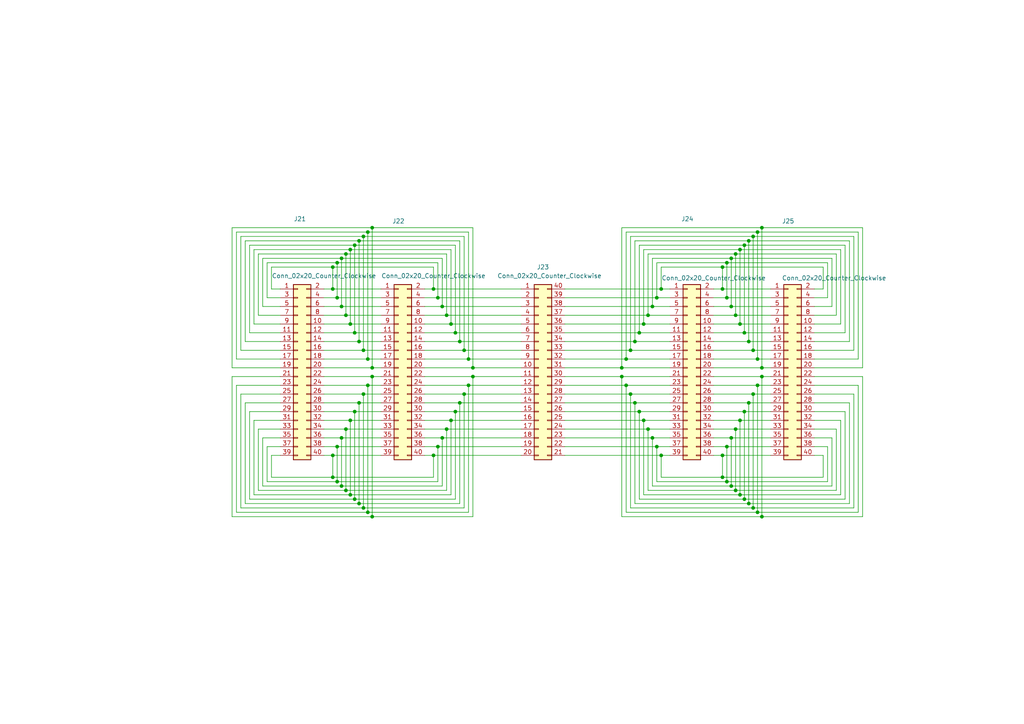
<source format=kicad_sch>
(kicad_sch (version 20211123) (generator eeschema)

  (uuid ab3bf09d-f583-4989-b7a6-6f67b87e1927)

  (paper "A4")

  (lib_symbols
    (symbol "Connector_Generic:Conn_02x20_Counter_Clockwise" (pin_names (offset 1.016) hide) (in_bom yes) (on_board yes)
      (property "Reference" "J" (id 0) (at 1.27 25.4 0)
        (effects (font (size 1.27 1.27)))
      )
      (property "Value" "Conn_02x20_Counter_Clockwise" (id 1) (at 1.27 -27.94 0)
        (effects (font (size 1.27 1.27)))
      )
      (property "Footprint" "" (id 2) (at 0 0 0)
        (effects (font (size 1.27 1.27)) hide)
      )
      (property "Datasheet" "~" (id 3) (at 0 0 0)
        (effects (font (size 1.27 1.27)) hide)
      )
      (property "ki_keywords" "connector" (id 4) (at 0 0 0)
        (effects (font (size 1.27 1.27)) hide)
      )
      (property "ki_description" "Generic connector, double row, 02x20, counter clockwise pin numbering scheme (similar to DIP package numbering), script generated (kicad-library-utils/schlib/autogen/connector/)" (id 5) (at 0 0 0)
        (effects (font (size 1.27 1.27)) hide)
      )
      (property "ki_fp_filters" "Connector*:*_2x??_*" (id 6) (at 0 0 0)
        (effects (font (size 1.27 1.27)) hide)
      )
      (symbol "Conn_02x20_Counter_Clockwise_1_1"
        (rectangle (start -1.27 -25.273) (end 0 -25.527)
          (stroke (width 0.1524) (type default) (color 0 0 0 0))
          (fill (type none))
        )
        (rectangle (start -1.27 -22.733) (end 0 -22.987)
          (stroke (width 0.1524) (type default) (color 0 0 0 0))
          (fill (type none))
        )
        (rectangle (start -1.27 -20.193) (end 0 -20.447)
          (stroke (width 0.1524) (type default) (color 0 0 0 0))
          (fill (type none))
        )
        (rectangle (start -1.27 -17.653) (end 0 -17.907)
          (stroke (width 0.1524) (type default) (color 0 0 0 0))
          (fill (type none))
        )
        (rectangle (start -1.27 -15.113) (end 0 -15.367)
          (stroke (width 0.1524) (type default) (color 0 0 0 0))
          (fill (type none))
        )
        (rectangle (start -1.27 -12.573) (end 0 -12.827)
          (stroke (width 0.1524) (type default) (color 0 0 0 0))
          (fill (type none))
        )
        (rectangle (start -1.27 -10.033) (end 0 -10.287)
          (stroke (width 0.1524) (type default) (color 0 0 0 0))
          (fill (type none))
        )
        (rectangle (start -1.27 -7.493) (end 0 -7.747)
          (stroke (width 0.1524) (type default) (color 0 0 0 0))
          (fill (type none))
        )
        (rectangle (start -1.27 -4.953) (end 0 -5.207)
          (stroke (width 0.1524) (type default) (color 0 0 0 0))
          (fill (type none))
        )
        (rectangle (start -1.27 -2.413) (end 0 -2.667)
          (stroke (width 0.1524) (type default) (color 0 0 0 0))
          (fill (type none))
        )
        (rectangle (start -1.27 0.127) (end 0 -0.127)
          (stroke (width 0.1524) (type default) (color 0 0 0 0))
          (fill (type none))
        )
        (rectangle (start -1.27 2.667) (end 0 2.413)
          (stroke (width 0.1524) (type default) (color 0 0 0 0))
          (fill (type none))
        )
        (rectangle (start -1.27 5.207) (end 0 4.953)
          (stroke (width 0.1524) (type default) (color 0 0 0 0))
          (fill (type none))
        )
        (rectangle (start -1.27 7.747) (end 0 7.493)
          (stroke (width 0.1524) (type default) (color 0 0 0 0))
          (fill (type none))
        )
        (rectangle (start -1.27 10.287) (end 0 10.033)
          (stroke (width 0.1524) (type default) (color 0 0 0 0))
          (fill (type none))
        )
        (rectangle (start -1.27 12.827) (end 0 12.573)
          (stroke (width 0.1524) (type default) (color 0 0 0 0))
          (fill (type none))
        )
        (rectangle (start -1.27 15.367) (end 0 15.113)
          (stroke (width 0.1524) (type default) (color 0 0 0 0))
          (fill (type none))
        )
        (rectangle (start -1.27 17.907) (end 0 17.653)
          (stroke (width 0.1524) (type default) (color 0 0 0 0))
          (fill (type none))
        )
        (rectangle (start -1.27 20.447) (end 0 20.193)
          (stroke (width 0.1524) (type default) (color 0 0 0 0))
          (fill (type none))
        )
        (rectangle (start -1.27 22.987) (end 0 22.733)
          (stroke (width 0.1524) (type default) (color 0 0 0 0))
          (fill (type none))
        )
        (rectangle (start -1.27 24.13) (end 3.81 -26.67)
          (stroke (width 0.254) (type default) (color 0 0 0 0))
          (fill (type background))
        )
        (rectangle (start 3.81 -25.273) (end 2.54 -25.527)
          (stroke (width 0.1524) (type default) (color 0 0 0 0))
          (fill (type none))
        )
        (rectangle (start 3.81 -22.733) (end 2.54 -22.987)
          (stroke (width 0.1524) (type default) (color 0 0 0 0))
          (fill (type none))
        )
        (rectangle (start 3.81 -20.193) (end 2.54 -20.447)
          (stroke (width 0.1524) (type default) (color 0 0 0 0))
          (fill (type none))
        )
        (rectangle (start 3.81 -17.653) (end 2.54 -17.907)
          (stroke (width 0.1524) (type default) (color 0 0 0 0))
          (fill (type none))
        )
        (rectangle (start 3.81 -15.113) (end 2.54 -15.367)
          (stroke (width 0.1524) (type default) (color 0 0 0 0))
          (fill (type none))
        )
        (rectangle (start 3.81 -12.573) (end 2.54 -12.827)
          (stroke (width 0.1524) (type default) (color 0 0 0 0))
          (fill (type none))
        )
        (rectangle (start 3.81 -10.033) (end 2.54 -10.287)
          (stroke (width 0.1524) (type default) (color 0 0 0 0))
          (fill (type none))
        )
        (rectangle (start 3.81 -7.493) (end 2.54 -7.747)
          (stroke (width 0.1524) (type default) (color 0 0 0 0))
          (fill (type none))
        )
        (rectangle (start 3.81 -4.953) (end 2.54 -5.207)
          (stroke (width 0.1524) (type default) (color 0 0 0 0))
          (fill (type none))
        )
        (rectangle (start 3.81 -2.413) (end 2.54 -2.667)
          (stroke (width 0.1524) (type default) (color 0 0 0 0))
          (fill (type none))
        )
        (rectangle (start 3.81 0.127) (end 2.54 -0.127)
          (stroke (width 0.1524) (type default) (color 0 0 0 0))
          (fill (type none))
        )
        (rectangle (start 3.81 2.667) (end 2.54 2.413)
          (stroke (width 0.1524) (type default) (color 0 0 0 0))
          (fill (type none))
        )
        (rectangle (start 3.81 5.207) (end 2.54 4.953)
          (stroke (width 0.1524) (type default) (color 0 0 0 0))
          (fill (type none))
        )
        (rectangle (start 3.81 7.747) (end 2.54 7.493)
          (stroke (width 0.1524) (type default) (color 0 0 0 0))
          (fill (type none))
        )
        (rectangle (start 3.81 10.287) (end 2.54 10.033)
          (stroke (width 0.1524) (type default) (color 0 0 0 0))
          (fill (type none))
        )
        (rectangle (start 3.81 12.827) (end 2.54 12.573)
          (stroke (width 0.1524) (type default) (color 0 0 0 0))
          (fill (type none))
        )
        (rectangle (start 3.81 15.367) (end 2.54 15.113)
          (stroke (width 0.1524) (type default) (color 0 0 0 0))
          (fill (type none))
        )
        (rectangle (start 3.81 17.907) (end 2.54 17.653)
          (stroke (width 0.1524) (type default) (color 0 0 0 0))
          (fill (type none))
        )
        (rectangle (start 3.81 20.447) (end 2.54 20.193)
          (stroke (width 0.1524) (type default) (color 0 0 0 0))
          (fill (type none))
        )
        (rectangle (start 3.81 22.987) (end 2.54 22.733)
          (stroke (width 0.1524) (type default) (color 0 0 0 0))
          (fill (type none))
        )
        (pin passive line (at -5.08 22.86 0) (length 3.81)
          (name "Pin_1" (effects (font (size 1.27 1.27))))
          (number "1" (effects (font (size 1.27 1.27))))
        )
        (pin passive line (at -5.08 0 0) (length 3.81)
          (name "Pin_10" (effects (font (size 1.27 1.27))))
          (number "10" (effects (font (size 1.27 1.27))))
        )
        (pin passive line (at -5.08 -2.54 0) (length 3.81)
          (name "Pin_11" (effects (font (size 1.27 1.27))))
          (number "11" (effects (font (size 1.27 1.27))))
        )
        (pin passive line (at -5.08 -5.08 0) (length 3.81)
          (name "Pin_12" (effects (font (size 1.27 1.27))))
          (number "12" (effects (font (size 1.27 1.27))))
        )
        (pin passive line (at -5.08 -7.62 0) (length 3.81)
          (name "Pin_13" (effects (font (size 1.27 1.27))))
          (number "13" (effects (font (size 1.27 1.27))))
        )
        (pin passive line (at -5.08 -10.16 0) (length 3.81)
          (name "Pin_14" (effects (font (size 1.27 1.27))))
          (number "14" (effects (font (size 1.27 1.27))))
        )
        (pin passive line (at -5.08 -12.7 0) (length 3.81)
          (name "Pin_15" (effects (font (size 1.27 1.27))))
          (number "15" (effects (font (size 1.27 1.27))))
        )
        (pin passive line (at -5.08 -15.24 0) (length 3.81)
          (name "Pin_16" (effects (font (size 1.27 1.27))))
          (number "16" (effects (font (size 1.27 1.27))))
        )
        (pin passive line (at -5.08 -17.78 0) (length 3.81)
          (name "Pin_17" (effects (font (size 1.27 1.27))))
          (number "17" (effects (font (size 1.27 1.27))))
        )
        (pin passive line (at -5.08 -20.32 0) (length 3.81)
          (name "Pin_18" (effects (font (size 1.27 1.27))))
          (number "18" (effects (font (size 1.27 1.27))))
        )
        (pin passive line (at -5.08 -22.86 0) (length 3.81)
          (name "Pin_19" (effects (font (size 1.27 1.27))))
          (number "19" (effects (font (size 1.27 1.27))))
        )
        (pin passive line (at -5.08 20.32 0) (length 3.81)
          (name "Pin_2" (effects (font (size 1.27 1.27))))
          (number "2" (effects (font (size 1.27 1.27))))
        )
        (pin passive line (at -5.08 -25.4 0) (length 3.81)
          (name "Pin_20" (effects (font (size 1.27 1.27))))
          (number "20" (effects (font (size 1.27 1.27))))
        )
        (pin passive line (at 7.62 -25.4 180) (length 3.81)
          (name "Pin_21" (effects (font (size 1.27 1.27))))
          (number "21" (effects (font (size 1.27 1.27))))
        )
        (pin passive line (at 7.62 -22.86 180) (length 3.81)
          (name "Pin_22" (effects (font (size 1.27 1.27))))
          (number "22" (effects (font (size 1.27 1.27))))
        )
        (pin passive line (at 7.62 -20.32 180) (length 3.81)
          (name "Pin_23" (effects (font (size 1.27 1.27))))
          (number "23" (effects (font (size 1.27 1.27))))
        )
        (pin passive line (at 7.62 -17.78 180) (length 3.81)
          (name "Pin_24" (effects (font (size 1.27 1.27))))
          (number "24" (effects (font (size 1.27 1.27))))
        )
        (pin passive line (at 7.62 -15.24 180) (length 3.81)
          (name "Pin_25" (effects (font (size 1.27 1.27))))
          (number "25" (effects (font (size 1.27 1.27))))
        )
        (pin passive line (at 7.62 -12.7 180) (length 3.81)
          (name "Pin_26" (effects (font (size 1.27 1.27))))
          (number "26" (effects (font (size 1.27 1.27))))
        )
        (pin passive line (at 7.62 -10.16 180) (length 3.81)
          (name "Pin_27" (effects (font (size 1.27 1.27))))
          (number "27" (effects (font (size 1.27 1.27))))
        )
        (pin passive line (at 7.62 -7.62 180) (length 3.81)
          (name "Pin_28" (effects (font (size 1.27 1.27))))
          (number "28" (effects (font (size 1.27 1.27))))
        )
        (pin passive line (at 7.62 -5.08 180) (length 3.81)
          (name "Pin_29" (effects (font (size 1.27 1.27))))
          (number "29" (effects (font (size 1.27 1.27))))
        )
        (pin passive line (at -5.08 17.78 0) (length 3.81)
          (name "Pin_3" (effects (font (size 1.27 1.27))))
          (number "3" (effects (font (size 1.27 1.27))))
        )
        (pin passive line (at 7.62 -2.54 180) (length 3.81)
          (name "Pin_30" (effects (font (size 1.27 1.27))))
          (number "30" (effects (font (size 1.27 1.27))))
        )
        (pin passive line (at 7.62 0 180) (length 3.81)
          (name "Pin_31" (effects (font (size 1.27 1.27))))
          (number "31" (effects (font (size 1.27 1.27))))
        )
        (pin passive line (at 7.62 2.54 180) (length 3.81)
          (name "Pin_32" (effects (font (size 1.27 1.27))))
          (number "32" (effects (font (size 1.27 1.27))))
        )
        (pin passive line (at 7.62 5.08 180) (length 3.81)
          (name "Pin_33" (effects (font (size 1.27 1.27))))
          (number "33" (effects (font (size 1.27 1.27))))
        )
        (pin passive line (at 7.62 7.62 180) (length 3.81)
          (name "Pin_34" (effects (font (size 1.27 1.27))))
          (number "34" (effects (font (size 1.27 1.27))))
        )
        (pin passive line (at 7.62 10.16 180) (length 3.81)
          (name "Pin_35" (effects (font (size 1.27 1.27))))
          (number "35" (effects (font (size 1.27 1.27))))
        )
        (pin passive line (at 7.62 12.7 180) (length 3.81)
          (name "Pin_36" (effects (font (size 1.27 1.27))))
          (number "36" (effects (font (size 1.27 1.27))))
        )
        (pin passive line (at 7.62 15.24 180) (length 3.81)
          (name "Pin_37" (effects (font (size 1.27 1.27))))
          (number "37" (effects (font (size 1.27 1.27))))
        )
        (pin passive line (at 7.62 17.78 180) (length 3.81)
          (name "Pin_38" (effects (font (size 1.27 1.27))))
          (number "38" (effects (font (size 1.27 1.27))))
        )
        (pin passive line (at 7.62 20.32 180) (length 3.81)
          (name "Pin_39" (effects (font (size 1.27 1.27))))
          (number "39" (effects (font (size 1.27 1.27))))
        )
        (pin passive line (at -5.08 15.24 0) (length 3.81)
          (name "Pin_4" (effects (font (size 1.27 1.27))))
          (number "4" (effects (font (size 1.27 1.27))))
        )
        (pin passive line (at 7.62 22.86 180) (length 3.81)
          (name "Pin_40" (effects (font (size 1.27 1.27))))
          (number "40" (effects (font (size 1.27 1.27))))
        )
        (pin passive line (at -5.08 12.7 0) (length 3.81)
          (name "Pin_5" (effects (font (size 1.27 1.27))))
          (number "5" (effects (font (size 1.27 1.27))))
        )
        (pin passive line (at -5.08 10.16 0) (length 3.81)
          (name "Pin_6" (effects (font (size 1.27 1.27))))
          (number "6" (effects (font (size 1.27 1.27))))
        )
        (pin passive line (at -5.08 7.62 0) (length 3.81)
          (name "Pin_7" (effects (font (size 1.27 1.27))))
          (number "7" (effects (font (size 1.27 1.27))))
        )
        (pin passive line (at -5.08 5.08 0) (length 3.81)
          (name "Pin_8" (effects (font (size 1.27 1.27))))
          (number "8" (effects (font (size 1.27 1.27))))
        )
        (pin passive line (at -5.08 2.54 0) (length 3.81)
          (name "Pin_9" (effects (font (size 1.27 1.27))))
          (number "9" (effects (font (size 1.27 1.27))))
        )
      )
    )
    (symbol "Connector_Generic:Conn_02x20_Odd_Even" (pin_names (offset 1.016) hide) (in_bom yes) (on_board yes)
      (property "Reference" "J" (id 0) (at 1.27 25.4 0)
        (effects (font (size 1.27 1.27)))
      )
      (property "Value" "Conn_02x20_Odd_Even" (id 1) (at 1.27 -27.94 0)
        (effects (font (size 1.27 1.27)))
      )
      (property "Footprint" "" (id 2) (at 0 0 0)
        (effects (font (size 1.27 1.27)) hide)
      )
      (property "Datasheet" "~" (id 3) (at 0 0 0)
        (effects (font (size 1.27 1.27)) hide)
      )
      (property "ki_keywords" "connector" (id 4) (at 0 0 0)
        (effects (font (size 1.27 1.27)) hide)
      )
      (property "ki_description" "Generic connector, double row, 02x20, odd/even pin numbering scheme (row 1 odd numbers, row 2 even numbers), script generated (kicad-library-utils/schlib/autogen/connector/)" (id 5) (at 0 0 0)
        (effects (font (size 1.27 1.27)) hide)
      )
      (property "ki_fp_filters" "Connector*:*_2x??_*" (id 6) (at 0 0 0)
        (effects (font (size 1.27 1.27)) hide)
      )
      (symbol "Conn_02x20_Odd_Even_1_1"
        (rectangle (start -1.27 -25.273) (end 0 -25.527)
          (stroke (width 0.1524) (type default) (color 0 0 0 0))
          (fill (type none))
        )
        (rectangle (start -1.27 -22.733) (end 0 -22.987)
          (stroke (width 0.1524) (type default) (color 0 0 0 0))
          (fill (type none))
        )
        (rectangle (start -1.27 -20.193) (end 0 -20.447)
          (stroke (width 0.1524) (type default) (color 0 0 0 0))
          (fill (type none))
        )
        (rectangle (start -1.27 -17.653) (end 0 -17.907)
          (stroke (width 0.1524) (type default) (color 0 0 0 0))
          (fill (type none))
        )
        (rectangle (start -1.27 -15.113) (end 0 -15.367)
          (stroke (width 0.1524) (type default) (color 0 0 0 0))
          (fill (type none))
        )
        (rectangle (start -1.27 -12.573) (end 0 -12.827)
          (stroke (width 0.1524) (type default) (color 0 0 0 0))
          (fill (type none))
        )
        (rectangle (start -1.27 -10.033) (end 0 -10.287)
          (stroke (width 0.1524) (type default) (color 0 0 0 0))
          (fill (type none))
        )
        (rectangle (start -1.27 -7.493) (end 0 -7.747)
          (stroke (width 0.1524) (type default) (color 0 0 0 0))
          (fill (type none))
        )
        (rectangle (start -1.27 -4.953) (end 0 -5.207)
          (stroke (width 0.1524) (type default) (color 0 0 0 0))
          (fill (type none))
        )
        (rectangle (start -1.27 -2.413) (end 0 -2.667)
          (stroke (width 0.1524) (type default) (color 0 0 0 0))
          (fill (type none))
        )
        (rectangle (start -1.27 0.127) (end 0 -0.127)
          (stroke (width 0.1524) (type default) (color 0 0 0 0))
          (fill (type none))
        )
        (rectangle (start -1.27 2.667) (end 0 2.413)
          (stroke (width 0.1524) (type default) (color 0 0 0 0))
          (fill (type none))
        )
        (rectangle (start -1.27 5.207) (end 0 4.953)
          (stroke (width 0.1524) (type default) (color 0 0 0 0))
          (fill (type none))
        )
        (rectangle (start -1.27 7.747) (end 0 7.493)
          (stroke (width 0.1524) (type default) (color 0 0 0 0))
          (fill (type none))
        )
        (rectangle (start -1.27 10.287) (end 0 10.033)
          (stroke (width 0.1524) (type default) (color 0 0 0 0))
          (fill (type none))
        )
        (rectangle (start -1.27 12.827) (end 0 12.573)
          (stroke (width 0.1524) (type default) (color 0 0 0 0))
          (fill (type none))
        )
        (rectangle (start -1.27 15.367) (end 0 15.113)
          (stroke (width 0.1524) (type default) (color 0 0 0 0))
          (fill (type none))
        )
        (rectangle (start -1.27 17.907) (end 0 17.653)
          (stroke (width 0.1524) (type default) (color 0 0 0 0))
          (fill (type none))
        )
        (rectangle (start -1.27 20.447) (end 0 20.193)
          (stroke (width 0.1524) (type default) (color 0 0 0 0))
          (fill (type none))
        )
        (rectangle (start -1.27 22.987) (end 0 22.733)
          (stroke (width 0.1524) (type default) (color 0 0 0 0))
          (fill (type none))
        )
        (rectangle (start -1.27 24.13) (end 3.81 -26.67)
          (stroke (width 0.254) (type default) (color 0 0 0 0))
          (fill (type background))
        )
        (rectangle (start 3.81 -25.273) (end 2.54 -25.527)
          (stroke (width 0.1524) (type default) (color 0 0 0 0))
          (fill (type none))
        )
        (rectangle (start 3.81 -22.733) (end 2.54 -22.987)
          (stroke (width 0.1524) (type default) (color 0 0 0 0))
          (fill (type none))
        )
        (rectangle (start 3.81 -20.193) (end 2.54 -20.447)
          (stroke (width 0.1524) (type default) (color 0 0 0 0))
          (fill (type none))
        )
        (rectangle (start 3.81 -17.653) (end 2.54 -17.907)
          (stroke (width 0.1524) (type default) (color 0 0 0 0))
          (fill (type none))
        )
        (rectangle (start 3.81 -15.113) (end 2.54 -15.367)
          (stroke (width 0.1524) (type default) (color 0 0 0 0))
          (fill (type none))
        )
        (rectangle (start 3.81 -12.573) (end 2.54 -12.827)
          (stroke (width 0.1524) (type default) (color 0 0 0 0))
          (fill (type none))
        )
        (rectangle (start 3.81 -10.033) (end 2.54 -10.287)
          (stroke (width 0.1524) (type default) (color 0 0 0 0))
          (fill (type none))
        )
        (rectangle (start 3.81 -7.493) (end 2.54 -7.747)
          (stroke (width 0.1524) (type default) (color 0 0 0 0))
          (fill (type none))
        )
        (rectangle (start 3.81 -4.953) (end 2.54 -5.207)
          (stroke (width 0.1524) (type default) (color 0 0 0 0))
          (fill (type none))
        )
        (rectangle (start 3.81 -2.413) (end 2.54 -2.667)
          (stroke (width 0.1524) (type default) (color 0 0 0 0))
          (fill (type none))
        )
        (rectangle (start 3.81 0.127) (end 2.54 -0.127)
          (stroke (width 0.1524) (type default) (color 0 0 0 0))
          (fill (type none))
        )
        (rectangle (start 3.81 2.667) (end 2.54 2.413)
          (stroke (width 0.1524) (type default) (color 0 0 0 0))
          (fill (type none))
        )
        (rectangle (start 3.81 5.207) (end 2.54 4.953)
          (stroke (width 0.1524) (type default) (color 0 0 0 0))
          (fill (type none))
        )
        (rectangle (start 3.81 7.747) (end 2.54 7.493)
          (stroke (width 0.1524) (type default) (color 0 0 0 0))
          (fill (type none))
        )
        (rectangle (start 3.81 10.287) (end 2.54 10.033)
          (stroke (width 0.1524) (type default) (color 0 0 0 0))
          (fill (type none))
        )
        (rectangle (start 3.81 12.827) (end 2.54 12.573)
          (stroke (width 0.1524) (type default) (color 0 0 0 0))
          (fill (type none))
        )
        (rectangle (start 3.81 15.367) (end 2.54 15.113)
          (stroke (width 0.1524) (type default) (color 0 0 0 0))
          (fill (type none))
        )
        (rectangle (start 3.81 17.907) (end 2.54 17.653)
          (stroke (width 0.1524) (type default) (color 0 0 0 0))
          (fill (type none))
        )
        (rectangle (start 3.81 20.447) (end 2.54 20.193)
          (stroke (width 0.1524) (type default) (color 0 0 0 0))
          (fill (type none))
        )
        (rectangle (start 3.81 22.987) (end 2.54 22.733)
          (stroke (width 0.1524) (type default) (color 0 0 0 0))
          (fill (type none))
        )
        (pin passive line (at -5.08 22.86 0) (length 3.81)
          (name "Pin_1" (effects (font (size 1.27 1.27))))
          (number "1" (effects (font (size 1.27 1.27))))
        )
        (pin passive line (at 7.62 12.7 180) (length 3.81)
          (name "Pin_10" (effects (font (size 1.27 1.27))))
          (number "10" (effects (font (size 1.27 1.27))))
        )
        (pin passive line (at -5.08 10.16 0) (length 3.81)
          (name "Pin_11" (effects (font (size 1.27 1.27))))
          (number "11" (effects (font (size 1.27 1.27))))
        )
        (pin passive line (at 7.62 10.16 180) (length 3.81)
          (name "Pin_12" (effects (font (size 1.27 1.27))))
          (number "12" (effects (font (size 1.27 1.27))))
        )
        (pin passive line (at -5.08 7.62 0) (length 3.81)
          (name "Pin_13" (effects (font (size 1.27 1.27))))
          (number "13" (effects (font (size 1.27 1.27))))
        )
        (pin passive line (at 7.62 7.62 180) (length 3.81)
          (name "Pin_14" (effects (font (size 1.27 1.27))))
          (number "14" (effects (font (size 1.27 1.27))))
        )
        (pin passive line (at -5.08 5.08 0) (length 3.81)
          (name "Pin_15" (effects (font (size 1.27 1.27))))
          (number "15" (effects (font (size 1.27 1.27))))
        )
        (pin passive line (at 7.62 5.08 180) (length 3.81)
          (name "Pin_16" (effects (font (size 1.27 1.27))))
          (number "16" (effects (font (size 1.27 1.27))))
        )
        (pin passive line (at -5.08 2.54 0) (length 3.81)
          (name "Pin_17" (effects (font (size 1.27 1.27))))
          (number "17" (effects (font (size 1.27 1.27))))
        )
        (pin passive line (at 7.62 2.54 180) (length 3.81)
          (name "Pin_18" (effects (font (size 1.27 1.27))))
          (number "18" (effects (font (size 1.27 1.27))))
        )
        (pin passive line (at -5.08 0 0) (length 3.81)
          (name "Pin_19" (effects (font (size 1.27 1.27))))
          (number "19" (effects (font (size 1.27 1.27))))
        )
        (pin passive line (at 7.62 22.86 180) (length 3.81)
          (name "Pin_2" (effects (font (size 1.27 1.27))))
          (number "2" (effects (font (size 1.27 1.27))))
        )
        (pin passive line (at 7.62 0 180) (length 3.81)
          (name "Pin_20" (effects (font (size 1.27 1.27))))
          (number "20" (effects (font (size 1.27 1.27))))
        )
        (pin passive line (at -5.08 -2.54 0) (length 3.81)
          (name "Pin_21" (effects (font (size 1.27 1.27))))
          (number "21" (effects (font (size 1.27 1.27))))
        )
        (pin passive line (at 7.62 -2.54 180) (length 3.81)
          (name "Pin_22" (effects (font (size 1.27 1.27))))
          (number "22" (effects (font (size 1.27 1.27))))
        )
        (pin passive line (at -5.08 -5.08 0) (length 3.81)
          (name "Pin_23" (effects (font (size 1.27 1.27))))
          (number "23" (effects (font (size 1.27 1.27))))
        )
        (pin passive line (at 7.62 -5.08 180) (length 3.81)
          (name "Pin_24" (effects (font (size 1.27 1.27))))
          (number "24" (effects (font (size 1.27 1.27))))
        )
        (pin passive line (at -5.08 -7.62 0) (length 3.81)
          (name "Pin_25" (effects (font (size 1.27 1.27))))
          (number "25" (effects (font (size 1.27 1.27))))
        )
        (pin passive line (at 7.62 -7.62 180) (length 3.81)
          (name "Pin_26" (effects (font (size 1.27 1.27))))
          (number "26" (effects (font (size 1.27 1.27))))
        )
        (pin passive line (at -5.08 -10.16 0) (length 3.81)
          (name "Pin_27" (effects (font (size 1.27 1.27))))
          (number "27" (effects (font (size 1.27 1.27))))
        )
        (pin passive line (at 7.62 -10.16 180) (length 3.81)
          (name "Pin_28" (effects (font (size 1.27 1.27))))
          (number "28" (effects (font (size 1.27 1.27))))
        )
        (pin passive line (at -5.08 -12.7 0) (length 3.81)
          (name "Pin_29" (effects (font (size 1.27 1.27))))
          (number "29" (effects (font (size 1.27 1.27))))
        )
        (pin passive line (at -5.08 20.32 0) (length 3.81)
          (name "Pin_3" (effects (font (size 1.27 1.27))))
          (number "3" (effects (font (size 1.27 1.27))))
        )
        (pin passive line (at 7.62 -12.7 180) (length 3.81)
          (name "Pin_30" (effects (font (size 1.27 1.27))))
          (number "30" (effects (font (size 1.27 1.27))))
        )
        (pin passive line (at -5.08 -15.24 0) (length 3.81)
          (name "Pin_31" (effects (font (size 1.27 1.27))))
          (number "31" (effects (font (size 1.27 1.27))))
        )
        (pin passive line (at 7.62 -15.24 180) (length 3.81)
          (name "Pin_32" (effects (font (size 1.27 1.27))))
          (number "32" (effects (font (size 1.27 1.27))))
        )
        (pin passive line (at -5.08 -17.78 0) (length 3.81)
          (name "Pin_33" (effects (font (size 1.27 1.27))))
          (number "33" (effects (font (size 1.27 1.27))))
        )
        (pin passive line (at 7.62 -17.78 180) (length 3.81)
          (name "Pin_34" (effects (font (size 1.27 1.27))))
          (number "34" (effects (font (size 1.27 1.27))))
        )
        (pin passive line (at -5.08 -20.32 0) (length 3.81)
          (name "Pin_35" (effects (font (size 1.27 1.27))))
          (number "35" (effects (font (size 1.27 1.27))))
        )
        (pin passive line (at 7.62 -20.32 180) (length 3.81)
          (name "Pin_36" (effects (font (size 1.27 1.27))))
          (number "36" (effects (font (size 1.27 1.27))))
        )
        (pin passive line (at -5.08 -22.86 0) (length 3.81)
          (name "Pin_37" (effects (font (size 1.27 1.27))))
          (number "37" (effects (font (size 1.27 1.27))))
        )
        (pin passive line (at 7.62 -22.86 180) (length 3.81)
          (name "Pin_38" (effects (font (size 1.27 1.27))))
          (number "38" (effects (font (size 1.27 1.27))))
        )
        (pin passive line (at -5.08 -25.4 0) (length 3.81)
          (name "Pin_39" (effects (font (size 1.27 1.27))))
          (number "39" (effects (font (size 1.27 1.27))))
        )
        (pin passive line (at 7.62 20.32 180) (length 3.81)
          (name "Pin_4" (effects (font (size 1.27 1.27))))
          (number "4" (effects (font (size 1.27 1.27))))
        )
        (pin passive line (at 7.62 -25.4 180) (length 3.81)
          (name "Pin_40" (effects (font (size 1.27 1.27))))
          (number "40" (effects (font (size 1.27 1.27))))
        )
        (pin passive line (at -5.08 17.78 0) (length 3.81)
          (name "Pin_5" (effects (font (size 1.27 1.27))))
          (number "5" (effects (font (size 1.27 1.27))))
        )
        (pin passive line (at 7.62 17.78 180) (length 3.81)
          (name "Pin_6" (effects (font (size 1.27 1.27))))
          (number "6" (effects (font (size 1.27 1.27))))
        )
        (pin passive line (at -5.08 15.24 0) (length 3.81)
          (name "Pin_7" (effects (font (size 1.27 1.27))))
          (number "7" (effects (font (size 1.27 1.27))))
        )
        (pin passive line (at 7.62 15.24 180) (length 3.81)
          (name "Pin_8" (effects (font (size 1.27 1.27))))
          (number "8" (effects (font (size 1.27 1.27))))
        )
        (pin passive line (at -5.08 12.7 0) (length 3.81)
          (name "Pin_9" (effects (font (size 1.27 1.27))))
          (number "9" (effects (font (size 1.27 1.27))))
        )
      )
    )
  )

  (junction (at 106.68 148.59) (diameter 0) (color 0 0 0 0)
    (uuid 03b3c73c-d439-48e9-8f3a-184eb4158901)
  )
  (junction (at 125.73 132.08) (diameter 0) (color 0 0 0 0)
    (uuid 045fe5ac-dd98-4cdb-a38b-a4eede0876e7)
  )
  (junction (at 96.52 77.47) (diameter 0) (color 0 0 0 0)
    (uuid 050b3f1f-0a6a-4468-a783-32405efe9634)
  )
  (junction (at 137.16 106.68) (diameter 0) (color 0 0 0 0)
    (uuid 0b3bfcd6-5b1b-4d7b-a65d-41c0111a2edc)
  )
  (junction (at 132.08 96.52) (diameter 0) (color 0 0 0 0)
    (uuid 0e3e195d-f5e0-4db8-b119-0de97f55c078)
  )
  (junction (at 218.44 147.32) (diameter 0) (color 0 0 0 0)
    (uuid 10b49056-1383-4853-83a6-9137b62e9cec)
  )
  (junction (at 128.27 88.9) (diameter 0) (color 0 0 0 0)
    (uuid 12b0ad2b-35d1-4a61-8599-79eecee33811)
  )
  (junction (at 107.95 109.22) (diameter 0) (color 0 0 0 0)
    (uuid 13338f35-60bb-4523-9b65-f8dbb81d1144)
  )
  (junction (at 100.33 124.46) (diameter 0) (color 0 0 0 0)
    (uuid 13bcdc19-0b69-4a50-a845-3399dc4c9369)
  )
  (junction (at 134.62 114.3) (diameter 0) (color 0 0 0 0)
    (uuid 13d7c0d1-e169-4e7f-8973-e0b3d4ccf6d0)
  )
  (junction (at 187.96 91.44) (diameter 0) (color 0 0 0 0)
    (uuid 1434ed3b-2945-437f-a5eb-47db24a08b7b)
  )
  (junction (at 215.9 71.12) (diameter 0) (color 0 0 0 0)
    (uuid 14418d25-3a89-4de8-b586-747f3f4e5ad1)
  )
  (junction (at 219.71 104.14) (diameter 0) (color 0 0 0 0)
    (uuid 15b9ea27-e2d3-42c9-870c-c977db2bc3a8)
  )
  (junction (at 137.16 109.22) (diameter 0) (color 0 0 0 0)
    (uuid 15cf7c72-90a3-440b-87b0-e6df9951d9d8)
  )
  (junction (at 180.34 109.22) (diameter 0) (color 0 0 0 0)
    (uuid 17f7db41-5ca1-452c-b810-b7c2d8c24550)
  )
  (junction (at 220.98 66.04) (diameter 0) (color 0 0 0 0)
    (uuid 1a0808bd-2771-4d0e-a9e4-99ee311be406)
  )
  (junction (at 213.36 91.44) (diameter 0) (color 0 0 0 0)
    (uuid 1b8400f7-c656-4a2f-9476-00fe2df4cbbd)
  )
  (junction (at 105.41 101.6) (diameter 0) (color 0 0 0 0)
    (uuid 1c46fa4c-f186-4a34-a500-b115e94232a5)
  )
  (junction (at 214.63 72.39) (diameter 0) (color 0 0 0 0)
    (uuid 1db0f336-ea93-48e5-9689-1a5d9e41cfe7)
  )
  (junction (at 220.98 109.22) (diameter 0) (color 0 0 0 0)
    (uuid 1ef11939-3193-412d-8d88-28876970fd4a)
  )
  (junction (at 186.69 93.98) (diameter 0) (color 0 0 0 0)
    (uuid 20bf7a6d-b706-4d48-838c-bfd6881e9245)
  )
  (junction (at 135.89 104.14) (diameter 0) (color 0 0 0 0)
    (uuid 20ccb32c-2c38-4ba7-b1dc-0a3be5184153)
  )
  (junction (at 99.06 127) (diameter 0) (color 0 0 0 0)
    (uuid 20e2cc63-ea18-41ab-a8a7-4dd87f7266f5)
  )
  (junction (at 189.23 127) (diameter 0) (color 0 0 0 0)
    (uuid 25af57bd-7618-496a-9b75-718b336e8f77)
  )
  (junction (at 212.09 88.9) (diameter 0) (color 0 0 0 0)
    (uuid 27ce403c-463a-4942-a5dd-9646a43500a0)
  )
  (junction (at 181.61 104.14) (diameter 0) (color 0 0 0 0)
    (uuid 2a94c8ae-2456-4980-90cd-93d3eac88526)
  )
  (junction (at 102.87 71.12) (diameter 0) (color 0 0 0 0)
    (uuid 2b54c252-1797-469d-804b-457114c9e77b)
  )
  (junction (at 210.82 86.36) (diameter 0) (color 0 0 0 0)
    (uuid 2f7d15c4-d33e-402c-b25c-bf6d7cf0d1a4)
  )
  (junction (at 217.17 69.85) (diameter 0) (color 0 0 0 0)
    (uuid 3237c5d5-b588-47a2-bc49-b5698b811ea4)
  )
  (junction (at 130.81 93.98) (diameter 0) (color 0 0 0 0)
    (uuid 34db566b-629f-4ff0-b765-2a515a83451b)
  )
  (junction (at 182.88 114.3) (diameter 0) (color 0 0 0 0)
    (uuid 391a8699-ad51-40e2-a5d2-60389540ddfd)
  )
  (junction (at 217.17 116.84) (diameter 0) (color 0 0 0 0)
    (uuid 3a681d9a-d92c-46ab-8b74-6aa310b6aa3a)
  )
  (junction (at 182.88 101.6) (diameter 0) (color 0 0 0 0)
    (uuid 3b4294b3-a98a-4147-9c2f-3bbc763763e5)
  )
  (junction (at 214.63 143.51) (diameter 0) (color 0 0 0 0)
    (uuid 3bd35575-20b8-4868-a541-a3a09c62bdb5)
  )
  (junction (at 184.15 99.06) (diameter 0) (color 0 0 0 0)
    (uuid 3cfb361b-e0f6-4f0b-9e78-f61693bae6bc)
  )
  (junction (at 218.44 68.58) (diameter 0) (color 0 0 0 0)
    (uuid 412d4580-e225-4d1c-a63f-6e48096e78ba)
  )
  (junction (at 101.6 121.92) (diameter 0) (color 0 0 0 0)
    (uuid 45c132d5-13e9-40d4-ace1-746541785b0c)
  )
  (junction (at 96.52 83.82) (diameter 0) (color 0 0 0 0)
    (uuid 488ee965-2712-42cd-b7f3-209277f2ca1e)
  )
  (junction (at 217.17 99.06) (diameter 0) (color 0 0 0 0)
    (uuid 4ea54527-6489-45f2-9605-04cfb11c8575)
  )
  (junction (at 212.09 127) (diameter 0) (color 0 0 0 0)
    (uuid 4fe5f5f6-6c8f-44b4-9813-a209260cb9f0)
  )
  (junction (at 209.55 77.47) (diameter 0) (color 0 0 0 0)
    (uuid 53d31a5b-720d-47e7-81e0-a8782a051e31)
  )
  (junction (at 219.71 67.31) (diameter 0) (color 0 0 0 0)
    (uuid 57ec0c0b-84a4-488f-bda5-0aea1317bbd8)
  )
  (junction (at 217.17 146.05) (diameter 0) (color 0 0 0 0)
    (uuid 58d6c494-fce8-40d6-b4be-4f28cef8defa)
  )
  (junction (at 102.87 144.78) (diameter 0) (color 0 0 0 0)
    (uuid 60547c8c-eb5f-46df-ab00-14cc8ed6af92)
  )
  (junction (at 190.5 86.36) (diameter 0) (color 0 0 0 0)
    (uuid 60e89aff-211e-4a84-83b2-78056651a6b7)
  )
  (junction (at 100.33 91.44) (diameter 0) (color 0 0 0 0)
    (uuid 65b34e29-9aef-4434-9564-12ea7afa7d99)
  )
  (junction (at 104.14 99.06) (diameter 0) (color 0 0 0 0)
    (uuid 6645fc91-a2dd-4501-9d79-3dd0f53f608d)
  )
  (junction (at 187.96 124.46) (diameter 0) (color 0 0 0 0)
    (uuid 6a1fcd01-c5e6-4fe1-803f-e8a477b675d7)
  )
  (junction (at 191.77 83.82) (diameter 0) (color 0 0 0 0)
    (uuid 6af3ef45-19b1-42d4-a356-95e10c4eedaf)
  )
  (junction (at 214.63 93.98) (diameter 0) (color 0 0 0 0)
    (uuid 6c1a0bd0-3290-4449-bd84-bda7da5e517a)
  )
  (junction (at 218.44 114.3) (diameter 0) (color 0 0 0 0)
    (uuid 6f525889-2d96-4e4a-98f2-ab7aa6db2cbc)
  )
  (junction (at 180.34 106.68) (diameter 0) (color 0 0 0 0)
    (uuid 72542bac-f6fc-46de-b365-b78daaa318f5)
  )
  (junction (at 185.42 119.38) (diameter 0) (color 0 0 0 0)
    (uuid 72a36964-32e3-4683-87b0-4fbfb0e91bb4)
  )
  (junction (at 209.55 83.82) (diameter 0) (color 0 0 0 0)
    (uuid 73774a7d-37dc-40c5-b941-571c84735f0b)
  )
  (junction (at 97.79 86.36) (diameter 0) (color 0 0 0 0)
    (uuid 77e24bd0-ca21-4a09-8923-4148549be97e)
  )
  (junction (at 191.77 132.08) (diameter 0) (color 0 0 0 0)
    (uuid 785f58de-1386-40c0-a42e-76ba145bf570)
  )
  (junction (at 134.62 101.6) (diameter 0) (color 0 0 0 0)
    (uuid 790ab808-e10c-400e-9388-7fe06d30f95b)
  )
  (junction (at 102.87 96.52) (diameter 0) (color 0 0 0 0)
    (uuid 7ad6977a-bb50-437f-a7bd-451b48c541a7)
  )
  (junction (at 106.68 67.31) (diameter 0) (color 0 0 0 0)
    (uuid 7b190eb0-63d2-4e99-884c-3b91f35098f2)
  )
  (junction (at 212.09 74.93) (diameter 0) (color 0 0 0 0)
    (uuid 7c9f0cb8-1651-44f1-9fca-84581b541237)
  )
  (junction (at 210.82 76.2) (diameter 0) (color 0 0 0 0)
    (uuid 7d16b8b5-f6fd-4108-81e0-526237e8f95a)
  )
  (junction (at 128.27 127) (diameter 0) (color 0 0 0 0)
    (uuid 7e6e24f0-6826-4557-88f8-1e0b20de9aac)
  )
  (junction (at 213.36 124.46) (diameter 0) (color 0 0 0 0)
    (uuid 802dd4b7-6846-47d0-a277-0d2f82ca7629)
  )
  (junction (at 189.23 88.9) (diameter 0) (color 0 0 0 0)
    (uuid 8071fa1a-b80f-47bd-9ba9-30a5819d6f55)
  )
  (junction (at 210.82 139.7) (diameter 0) (color 0 0 0 0)
    (uuid 81a1714d-b3ba-460f-aab4-b44ebe22e5d2)
  )
  (junction (at 219.71 148.59) (diameter 0) (color 0 0 0 0)
    (uuid 81e97a9f-fefa-4987-b608-7435ec8d6a91)
  )
  (junction (at 104.14 146.05) (diameter 0) (color 0 0 0 0)
    (uuid 8a25a97a-438e-4b53-9806-199364a8bebe)
  )
  (junction (at 133.35 99.06) (diameter 0) (color 0 0 0 0)
    (uuid 8fa251f1-11e1-445e-9f65-4362fe2cdb37)
  )
  (junction (at 100.33 73.66) (diameter 0) (color 0 0 0 0)
    (uuid 919ae0f4-2c65-427d-9b35-959679ae6530)
  )
  (junction (at 135.89 111.76) (diameter 0) (color 0 0 0 0)
    (uuid 94a847bb-fdce-4510-9d2a-d6f6bfdfa591)
  )
  (junction (at 105.41 147.32) (diameter 0) (color 0 0 0 0)
    (uuid 97ab9d72-6c69-457e-9604-f9400e68e12c)
  )
  (junction (at 97.79 76.2) (diameter 0) (color 0 0 0 0)
    (uuid 9be92d35-49b3-4eb4-93c6-eb6c1ee55dbe)
  )
  (junction (at 101.6 143.51) (diameter 0) (color 0 0 0 0)
    (uuid 9c186fc2-7615-4241-b498-ae50216e31b3)
  )
  (junction (at 105.41 68.58) (diameter 0) (color 0 0 0 0)
    (uuid 9cbb570b-76ce-4d9d-8629-fa283cd25886)
  )
  (junction (at 220.98 106.68) (diameter 0) (color 0 0 0 0)
    (uuid a0ebd982-9037-477a-941b-528042395ff7)
  )
  (junction (at 215.9 96.52) (diameter 0) (color 0 0 0 0)
    (uuid a21226cc-4acb-4278-8ffa-f34c79f9b4f0)
  )
  (junction (at 181.61 111.76) (diameter 0) (color 0 0 0 0)
    (uuid a5bb700d-ebbc-4b03-8b58-7ab5d034e904)
  )
  (junction (at 129.54 124.46) (diameter 0) (color 0 0 0 0)
    (uuid a735b010-e104-4ae8-ac7a-d49226f716ad)
  )
  (junction (at 106.68 111.76) (diameter 0) (color 0 0 0 0)
    (uuid ac41b16c-bc00-420e-b823-8ebaced7485b)
  )
  (junction (at 127 129.54) (diameter 0) (color 0 0 0 0)
    (uuid ac59d517-e3d5-4d03-a35a-58cca238313d)
  )
  (junction (at 129.54 91.44) (diameter 0) (color 0 0 0 0)
    (uuid af17418c-0fad-45db-8400-38a491c0f027)
  )
  (junction (at 127 86.36) (diameter 0) (color 0 0 0 0)
    (uuid b2b2ca46-eea9-458b-a1bd-3fc8228c8bcb)
  )
  (junction (at 99.06 74.93) (diameter 0) (color 0 0 0 0)
    (uuid b3cfbd5c-1d8a-49e0-b76a-d2cb5bec7c2c)
  )
  (junction (at 218.44 101.6) (diameter 0) (color 0 0 0 0)
    (uuid b6f697e3-16cc-4876-bf68-e97b3e1daf8c)
  )
  (junction (at 101.6 72.39) (diameter 0) (color 0 0 0 0)
    (uuid b82cd3af-5e09-4f60-bb4b-2b75843c45e5)
  )
  (junction (at 101.6 93.98) (diameter 0) (color 0 0 0 0)
    (uuid b9c624ae-f368-46a1-9f8e-a9e078a8e4cd)
  )
  (junction (at 97.79 129.54) (diameter 0) (color 0 0 0 0)
    (uuid b9e27d91-65d2-475f-8198-96fee7feedf5)
  )
  (junction (at 214.63 121.92) (diameter 0) (color 0 0 0 0)
    (uuid ba65e8af-0f1c-4831-afc5-2c16c30fe3c0)
  )
  (junction (at 96.52 138.43) (diameter 0) (color 0 0 0 0)
    (uuid bc4c6f51-1032-4845-b704-cb573c8dea49)
  )
  (junction (at 212.09 140.97) (diameter 0) (color 0 0 0 0)
    (uuid bdb4c87b-52a2-4975-b440-fff4e7fd27a5)
  )
  (junction (at 185.42 96.52) (diameter 0) (color 0 0 0 0)
    (uuid beced595-357e-432d-985b-5b771718a771)
  )
  (junction (at 102.87 119.38) (diameter 0) (color 0 0 0 0)
    (uuid bf7c83fe-1d5d-4f16-80af-6e9886044134)
  )
  (junction (at 215.9 119.38) (diameter 0) (color 0 0 0 0)
    (uuid c3eb5f7e-9553-4635-b1c4-9ad812d2a2cf)
  )
  (junction (at 106.68 104.14) (diameter 0) (color 0 0 0 0)
    (uuid c44fbdae-15c4-4ffc-b276-8eefd1d15400)
  )
  (junction (at 97.79 139.7) (diameter 0) (color 0 0 0 0)
    (uuid c862a216-023c-4d9a-8fde-a14b57d321a4)
  )
  (junction (at 132.08 119.38) (diameter 0) (color 0 0 0 0)
    (uuid c8aa23a2-3812-481e-bbfa-a419682d22a1)
  )
  (junction (at 107.95 106.68) (diameter 0) (color 0 0 0 0)
    (uuid d31eb54e-9c75-4861-bfa4-7ef23c046fd6)
  )
  (junction (at 184.15 116.84) (diameter 0) (color 0 0 0 0)
    (uuid d338f01c-c565-41eb-b739-ff5ec1af968e)
  )
  (junction (at 209.55 132.08) (diameter 0) (color 0 0 0 0)
    (uuid d42d6ebf-2fce-4f91-b891-de912a9ff685)
  )
  (junction (at 219.71 111.76) (diameter 0) (color 0 0 0 0)
    (uuid d4b0bab2-f79e-4a32-b8a8-7f8ac687e357)
  )
  (junction (at 107.95 149.86) (diameter 0) (color 0 0 0 0)
    (uuid d513a640-00a1-4c10-84c7-6b8fba0fe54e)
  )
  (junction (at 186.69 121.92) (diameter 0) (color 0 0 0 0)
    (uuid da3dc0a7-aa32-42a4-b684-b54cfec8beeb)
  )
  (junction (at 125.73 83.82) (diameter 0) (color 0 0 0 0)
    (uuid daead235-eed4-4ab2-b244-ae40276c3d59)
  )
  (junction (at 213.36 142.24) (diameter 0) (color 0 0 0 0)
    (uuid dc70f8c9-a77d-4a9e-bf03-9bb032888eb5)
  )
  (junction (at 107.95 66.04) (diameter 0) (color 0 0 0 0)
    (uuid ddf8a055-190a-454f-b73c-2dbf0fe793e3)
  )
  (junction (at 209.55 138.43) (diameter 0) (color 0 0 0 0)
    (uuid de852ff2-d67b-4030-a4e2-3330f1ba8161)
  )
  (junction (at 133.35 116.84) (diameter 0) (color 0 0 0 0)
    (uuid e27ab57f-c7e1-4967-a710-fabf792bf1af)
  )
  (junction (at 99.06 140.97) (diameter 0) (color 0 0 0 0)
    (uuid e6d24cc2-44cd-4a58-a27d-3cfcbd463c93)
  )
  (junction (at 104.14 116.84) (diameter 0) (color 0 0 0 0)
    (uuid e8960542-cd50-492a-89a8-c40dc17539d8)
  )
  (junction (at 96.52 132.08) (diameter 0) (color 0 0 0 0)
    (uuid eb954731-8a67-4c05-97ad-67d15a2b61d4)
  )
  (junction (at 215.9 144.78) (diameter 0) (color 0 0 0 0)
    (uuid ef90df31-50b1-4080-adfa-0421cf763b0b)
  )
  (junction (at 213.36 73.66) (diameter 0) (color 0 0 0 0)
    (uuid f3664ec2-73a7-40a8-b82e-eb85ff1d3aca)
  )
  (junction (at 105.41 114.3) (diameter 0) (color 0 0 0 0)
    (uuid f43fc7a0-5435-4188-b811-84e5c0562732)
  )
  (junction (at 100.33 142.24) (diameter 0) (color 0 0 0 0)
    (uuid f708b262-8e52-4f66-ad8f-dc303b323b7f)
  )
  (junction (at 220.98 149.86) (diameter 0) (color 0 0 0 0)
    (uuid f8592243-cc5e-41d3-ae4e-e8b7ae3f904f)
  )
  (junction (at 190.5 129.54) (diameter 0) (color 0 0 0 0)
    (uuid fb6b9290-90ae-4873-8274-7fd64896ea39)
  )
  (junction (at 99.06 88.9) (diameter 0) (color 0 0 0 0)
    (uuid fcc991af-406d-4a77-b14c-d1de201d416e)
  )
  (junction (at 130.81 121.92) (diameter 0) (color 0 0 0 0)
    (uuid fd41be40-f1db-402c-aa81-1756c8dd363b)
  )
  (junction (at 104.14 69.85) (diameter 0) (color 0 0 0 0)
    (uuid fd48e861-c2e0-49fc-9825-d746f067c989)
  )
  (junction (at 210.82 129.54) (diameter 0) (color 0 0 0 0)
    (uuid ffd70178-32ed-4220-9991-596aeb898ca7)
  )

  (wire (pts (xy 163.83 91.44) (xy 187.96 91.44))
    (stroke (width 0) (type default) (color 0 0 0 0))
    (uuid 0006b7eb-8549-41c5-b102-9513f9d40fa8)
  )
  (wire (pts (xy 107.95 109.22) (xy 110.49 109.22))
    (stroke (width 0) (type default) (color 0 0 0 0))
    (uuid 005c4a4e-6b51-4ddd-aea6-5af5a6affeda)
  )
  (wire (pts (xy 105.41 101.6) (xy 110.49 101.6))
    (stroke (width 0) (type default) (color 0 0 0 0))
    (uuid 0084bed3-db62-4e39-bdef-91d6a8c3fc16)
  )
  (wire (pts (xy 180.34 109.22) (xy 194.31 109.22))
    (stroke (width 0) (type default) (color 0 0 0 0))
    (uuid 041d8804-1b02-47bf-8002-190cf29287c6)
  )
  (wire (pts (xy 106.68 67.31) (xy 135.89 67.31))
    (stroke (width 0) (type default) (color 0 0 0 0))
    (uuid 04e609b4-3ad6-442b-b34b-83064470c804)
  )
  (wire (pts (xy 215.9 119.38) (xy 215.9 144.78))
    (stroke (width 0) (type default) (color 0 0 0 0))
    (uuid 0507fc38-bd00-4289-a645-ea764f46e8c1)
  )
  (wire (pts (xy 69.85 101.6) (xy 81.28 101.6))
    (stroke (width 0) (type default) (color 0 0 0 0))
    (uuid 05da5b05-0237-42a8-b332-2236b3c2c744)
  )
  (wire (pts (xy 125.73 77.47) (xy 125.73 83.82))
    (stroke (width 0) (type default) (color 0 0 0 0))
    (uuid 08158d0c-aa99-41b6-95cc-702f6682293f)
  )
  (wire (pts (xy 71.12 99.06) (xy 71.12 69.85))
    (stroke (width 0) (type default) (color 0 0 0 0))
    (uuid 0859dca9-2c26-441b-9b3b-86cb97e56ca2)
  )
  (wire (pts (xy 73.66 143.51) (xy 101.6 143.51))
    (stroke (width 0) (type default) (color 0 0 0 0))
    (uuid 0a1aaca9-e75e-4be7-b2d6-951e3bfe0933)
  )
  (wire (pts (xy 127 86.36) (xy 151.13 86.36))
    (stroke (width 0) (type default) (color 0 0 0 0))
    (uuid 0b072782-baa2-407f-a3f0-4013c99f76ee)
  )
  (wire (pts (xy 236.22 86.36) (xy 240.03 86.36))
    (stroke (width 0) (type default) (color 0 0 0 0))
    (uuid 0b51230b-197a-461f-86d6-ccda639b6879)
  )
  (wire (pts (xy 93.98 129.54) (xy 97.79 129.54))
    (stroke (width 0) (type default) (color 0 0 0 0))
    (uuid 0cc623c8-8cfb-4ccb-a1ac-e640f27ac629)
  )
  (wire (pts (xy 135.89 111.76) (xy 123.19 111.76))
    (stroke (width 0) (type default) (color 0 0 0 0))
    (uuid 0d636643-f270-46fd-96fe-ad79c9535eac)
  )
  (wire (pts (xy 189.23 140.97) (xy 212.09 140.97))
    (stroke (width 0) (type default) (color 0 0 0 0))
    (uuid 0dacf939-e0f3-4327-9594-22c206405368)
  )
  (wire (pts (xy 77.47 76.2) (xy 97.79 76.2))
    (stroke (width 0) (type default) (color 0 0 0 0))
    (uuid 102a71f8-2d16-4b40-a11c-4edfdb3f76ca)
  )
  (wire (pts (xy 93.98 127) (xy 99.06 127))
    (stroke (width 0) (type default) (color 0 0 0 0))
    (uuid 1187b4d4-8e30-4064-bce4-dcd525fbaf35)
  )
  (wire (pts (xy 191.77 83.82) (xy 194.31 83.82))
    (stroke (width 0) (type default) (color 0 0 0 0))
    (uuid 11968134-0257-4d00-bc93-99607fcf622b)
  )
  (wire (pts (xy 238.76 83.82) (xy 236.22 83.82))
    (stroke (width 0) (type default) (color 0 0 0 0))
    (uuid 11b78978-18b4-4f8c-92ba-f0ea57dda8f6)
  )
  (wire (pts (xy 182.88 147.32) (xy 182.88 114.3))
    (stroke (width 0) (type default) (color 0 0 0 0))
    (uuid 11d3d136-c457-4dad-ab32-3e322aac0333)
  )
  (wire (pts (xy 207.01 127) (xy 212.09 127))
    (stroke (width 0) (type default) (color 0 0 0 0))
    (uuid 11ed9f5b-e80f-425a-9813-a89511e2ab8f)
  )
  (wire (pts (xy 104.14 99.06) (xy 110.49 99.06))
    (stroke (width 0) (type default) (color 0 0 0 0))
    (uuid 12afcbca-82e1-4292-9c5a-4e6c655a58b4)
  )
  (wire (pts (xy 215.9 144.78) (xy 185.42 144.78))
    (stroke (width 0) (type default) (color 0 0 0 0))
    (uuid 1365ef8c-39d5-4b1c-8fc1-32e60c67e22b)
  )
  (wire (pts (xy 219.71 111.76) (xy 219.71 148.59))
    (stroke (width 0) (type default) (color 0 0 0 0))
    (uuid 137ca639-597f-4f5d-87d5-04139dc90dc1)
  )
  (wire (pts (xy 245.11 119.38) (xy 245.11 144.78))
    (stroke (width 0) (type default) (color 0 0 0 0))
    (uuid 13bffbf3-449d-4aaf-836e-65954763b926)
  )
  (wire (pts (xy 134.62 68.58) (xy 105.41 68.58))
    (stroke (width 0) (type default) (color 0 0 0 0))
    (uuid 13c4197f-f355-41a4-9a43-a2fd8957ea87)
  )
  (wire (pts (xy 69.85 68.58) (xy 105.41 68.58))
    (stroke (width 0) (type default) (color 0 0 0 0))
    (uuid 144991ad-c085-4512-a67d-58b2075dbaf5)
  )
  (wire (pts (xy 130.81 72.39) (xy 130.81 93.98))
    (stroke (width 0) (type default) (color 0 0 0 0))
    (uuid 148082da-17c7-4e87-9a49-666d62fc4f38)
  )
  (wire (pts (xy 93.98 114.3) (xy 105.41 114.3))
    (stroke (width 0) (type default) (color 0 0 0 0))
    (uuid 14d0853c-bcbe-4bfe-8d6b-60f82c56c1e1)
  )
  (wire (pts (xy 125.73 132.08) (xy 151.13 132.08))
    (stroke (width 0) (type default) (color 0 0 0 0))
    (uuid 1722e919-e7ec-46b8-af04-19dc58dd2de2)
  )
  (wire (pts (xy 67.31 149.86) (xy 67.31 109.22))
    (stroke (width 0) (type default) (color 0 0 0 0))
    (uuid 18a33ceb-df1d-48a7-8701-1d4c61eaf179)
  )
  (wire (pts (xy 130.81 143.51) (xy 130.81 121.92))
    (stroke (width 0) (type default) (color 0 0 0 0))
    (uuid 1966c89c-2f1a-45be-b43d-5d9abaed839b)
  )
  (wire (pts (xy 125.73 83.82) (xy 151.13 83.82))
    (stroke (width 0) (type default) (color 0 0 0 0))
    (uuid 1a79ef4e-2908-433c-909a-77ed380f8183)
  )
  (wire (pts (xy 181.61 67.31) (xy 219.71 67.31))
    (stroke (width 0) (type default) (color 0 0 0 0))
    (uuid 1b3a3b89-04ec-4fc4-88c1-66eaadc7f50a)
  )
  (wire (pts (xy 81.28 86.36) (xy 77.47 86.36))
    (stroke (width 0) (type default) (color 0 0 0 0))
    (uuid 1ceeeec0-b3b8-4eb7-959e-4b3fda525999)
  )
  (wire (pts (xy 137.16 106.68) (xy 151.13 106.68))
    (stroke (width 0) (type default) (color 0 0 0 0))
    (uuid 1d08a0c1-ef9f-4775-b818-5f52fc7f0527)
  )
  (wire (pts (xy 81.28 93.98) (xy 73.66 93.98))
    (stroke (width 0) (type default) (color 0 0 0 0))
    (uuid 1d11b085-e436-4464-a559-19d9cbd0c91f)
  )
  (wire (pts (xy 236.22 121.92) (xy 243.84 121.92))
    (stroke (width 0) (type default) (color 0 0 0 0))
    (uuid 1dc34c72-71c2-4bbc-98b7-1b43735da126)
  )
  (wire (pts (xy 219.71 67.31) (xy 248.92 67.31))
    (stroke (width 0) (type default) (color 0 0 0 0))
    (uuid 1df1a3ab-cd37-47dd-8938-6eb86de0772a)
  )
  (wire (pts (xy 67.31 106.68) (xy 81.28 106.68))
    (stroke (width 0) (type default) (color 0 0 0 0))
    (uuid 1df34fa8-9e9e-4687-a3d1-e95659bdd430)
  )
  (wire (pts (xy 93.98 106.68) (xy 107.95 106.68))
    (stroke (width 0) (type default) (color 0 0 0 0))
    (uuid 1ed05fa0-2ad1-4b77-ac2c-4e655dab0604)
  )
  (wire (pts (xy 93.98 111.76) (xy 106.68 111.76))
    (stroke (width 0) (type default) (color 0 0 0 0))
    (uuid 1f30028b-3fef-4d55-a2b3-51d441c50d35)
  )
  (wire (pts (xy 190.5 129.54) (xy 194.31 129.54))
    (stroke (width 0) (type default) (color 0 0 0 0))
    (uuid 1f5710dd-5e82-434d-971f-5db9ac48b004)
  )
  (wire (pts (xy 245.11 71.12) (xy 215.9 71.12))
    (stroke (width 0) (type default) (color 0 0 0 0))
    (uuid 1f77366a-80e2-4deb-8fc9-46d47158b4da)
  )
  (wire (pts (xy 134.62 114.3) (xy 151.13 114.3))
    (stroke (width 0) (type default) (color 0 0 0 0))
    (uuid 2143ce2e-4830-4f76-964e-fca43d56a420)
  )
  (wire (pts (xy 106.68 67.31) (xy 106.68 104.14))
    (stroke (width 0) (type default) (color 0 0 0 0))
    (uuid 23aa257f-cd5f-40e9-a563-493a6af01d98)
  )
  (wire (pts (xy 250.19 149.86) (xy 220.98 149.86))
    (stroke (width 0) (type default) (color 0 0 0 0))
    (uuid 240ca6b2-7650-4acc-a781-6de1eea6734d)
  )
  (wire (pts (xy 214.63 93.98) (xy 223.52 93.98))
    (stroke (width 0) (type default) (color 0 0 0 0))
    (uuid 24c2682a-985a-4088-b818-f57437a8c1b6)
  )
  (wire (pts (xy 104.14 146.05) (xy 133.35 146.05))
    (stroke (width 0) (type default) (color 0 0 0 0))
    (uuid 26b032ec-27d0-43de-add9-09a8ddbac004)
  )
  (wire (pts (xy 101.6 143.51) (xy 130.81 143.51))
    (stroke (width 0) (type default) (color 0 0 0 0))
    (uuid 26cefffe-fcc9-479c-9efd-ef6347b39a49)
  )
  (wire (pts (xy 180.34 66.04) (xy 220.98 66.04))
    (stroke (width 0) (type default) (color 0 0 0 0))
    (uuid 27502ffc-6c86-40a6-8570-8ad2f9b474b3)
  )
  (wire (pts (xy 133.35 99.06) (xy 123.19 99.06))
    (stroke (width 0) (type default) (color 0 0 0 0))
    (uuid 278946e7-9e70-4a48-89f4-6b198032e41f)
  )
  (wire (pts (xy 214.63 72.39) (xy 243.84 72.39))
    (stroke (width 0) (type default) (color 0 0 0 0))
    (uuid 28187835-b67b-4a8d-a737-47c173f535a7)
  )
  (wire (pts (xy 81.28 121.92) (xy 73.66 121.92))
    (stroke (width 0) (type default) (color 0 0 0 0))
    (uuid 284ae680-8a5b-41c4-9b9a-ba9d609d51fb)
  )
  (wire (pts (xy 163.83 132.08) (xy 191.77 132.08))
    (stroke (width 0) (type default) (color 0 0 0 0))
    (uuid 28a4fd57-6f22-43bc-a149-9c9c569e430f)
  )
  (wire (pts (xy 130.81 93.98) (xy 151.13 93.98))
    (stroke (width 0) (type default) (color 0 0 0 0))
    (uuid 28d1338f-2801-44ea-8b98-79f05c66454d)
  )
  (wire (pts (xy 217.17 116.84) (xy 217.17 146.05))
    (stroke (width 0) (type default) (color 0 0 0 0))
    (uuid 297fb95b-60db-4874-a040-f82b01c413dc)
  )
  (wire (pts (xy 67.31 66.04) (xy 107.95 66.04))
    (stroke (width 0) (type default) (color 0 0 0 0))
    (uuid 29cfd820-6414-4c39-9b89-37ce3bb98748)
  )
  (wire (pts (xy 133.35 99.06) (xy 151.13 99.06))
    (stroke (width 0) (type default) (color 0 0 0 0))
    (uuid 2afaaa45-982f-406c-8600-bdba26c9da06)
  )
  (wire (pts (xy 132.08 71.12) (xy 102.87 71.12))
    (stroke (width 0) (type default) (color 0 0 0 0))
    (uuid 2c0fc68f-e883-4ff3-9c72-f2610602f035)
  )
  (wire (pts (xy 209.55 77.47) (xy 238.76 77.47))
    (stroke (width 0) (type default) (color 0 0 0 0))
    (uuid 2c62a727-e94c-489b-91ca-e3c6a1c41186)
  )
  (wire (pts (xy 210.82 86.36) (xy 223.52 86.36))
    (stroke (width 0) (type default) (color 0 0 0 0))
    (uuid 2de5dfeb-f0d7-484b-b3db-30253f5a6ac9)
  )
  (wire (pts (xy 104.14 116.84) (xy 104.14 146.05))
    (stroke (width 0) (type default) (color 0 0 0 0))
    (uuid 2fd3df76-6227-49fe-961d-f79e9876469f)
  )
  (wire (pts (xy 99.06 127) (xy 110.49 127))
    (stroke (width 0) (type default) (color 0 0 0 0))
    (uuid 3061c4f0-264b-497a-995d-53b7198d3273)
  )
  (wire (pts (xy 242.57 142.24) (xy 213.36 142.24))
    (stroke (width 0) (type default) (color 0 0 0 0))
    (uuid 312c7dc3-bcfb-4dce-808b-9b3913ebfea4)
  )
  (wire (pts (xy 163.83 127) (xy 189.23 127))
    (stroke (width 0) (type default) (color 0 0 0 0))
    (uuid 3149e7ba-46d0-4b5f-92cf-65f5689e49c9)
  )
  (wire (pts (xy 185.42 96.52) (xy 194.31 96.52))
    (stroke (width 0) (type default) (color 0 0 0 0))
    (uuid 316b4f55-e218-454a-b71d-f734dd773393)
  )
  (wire (pts (xy 245.11 144.78) (xy 215.9 144.78))
    (stroke (width 0) (type default) (color 0 0 0 0))
    (uuid 31c4cb2d-448a-4f2d-b6ad-bd34eab47e11)
  )
  (wire (pts (xy 236.22 101.6) (xy 247.65 101.6))
    (stroke (width 0) (type default) (color 0 0 0 0))
    (uuid 31d013f2-2d70-4a1a-81f6-dda005ec6762)
  )
  (wire (pts (xy 73.66 121.92) (xy 73.66 143.51))
    (stroke (width 0) (type default) (color 0 0 0 0))
    (uuid 321d2927-e330-4a44-b045-6c60082736e5)
  )
  (wire (pts (xy 213.36 73.66) (xy 213.36 91.44))
    (stroke (width 0) (type default) (color 0 0 0 0))
    (uuid 321e8c09-7df9-474b-9efb-daf35b7c563d)
  )
  (wire (pts (xy 132.08 119.38) (xy 151.13 119.38))
    (stroke (width 0) (type default) (color 0 0 0 0))
    (uuid 327f6fba-8f3e-462f-a505-5928bad4e85b)
  )
  (wire (pts (xy 240.03 139.7) (xy 210.82 139.7))
    (stroke (width 0) (type default) (color 0 0 0 0))
    (uuid 338a0b34-a448-4d5b-8b34-d72e700982af)
  )
  (wire (pts (xy 194.31 116.84) (xy 184.15 116.84))
    (stroke (width 0) (type default) (color 0 0 0 0))
    (uuid 34283293-a0dc-4b03-87d0-0306e0ae474b)
  )
  (wire (pts (xy 127 139.7) (xy 97.79 139.7))
    (stroke (width 0) (type default) (color 0 0 0 0))
    (uuid 34a9f538-cab1-4912-8533-ac904e5f014c)
  )
  (wire (pts (xy 215.9 96.52) (xy 223.52 96.52))
    (stroke (width 0) (type default) (color 0 0 0 0))
    (uuid 34ebad24-0967-4123-9d3c-3d4de9930040)
  )
  (wire (pts (xy 81.28 104.14) (xy 68.58 104.14))
    (stroke (width 0) (type default) (color 0 0 0 0))
    (uuid 35baa01a-6846-498f-872a-fbbc9a9a5f53)
  )
  (wire (pts (xy 81.28 127) (xy 76.2 127))
    (stroke (width 0) (type default) (color 0 0 0 0))
    (uuid 363e9c06-66f6-4447-a112-b575a48e43f7)
  )
  (wire (pts (xy 163.83 124.46) (xy 187.96 124.46))
    (stroke (width 0) (type default) (color 0 0 0 0))
    (uuid 373a1985-287e-4579-bf11-de461e8b86d4)
  )
  (wire (pts (xy 93.98 91.44) (xy 100.33 91.44))
    (stroke (width 0) (type default) (color 0 0 0 0))
    (uuid 381672a3-9331-45da-b0d4-b6b9f28eec30)
  )
  (wire (pts (xy 207.01 106.68) (xy 220.98 106.68))
    (stroke (width 0) (type default) (color 0 0 0 0))
    (uuid 3870ce3e-4df3-4047-a09e-da24eff89e7b)
  )
  (wire (pts (xy 76.2 74.93) (xy 99.06 74.93))
    (stroke (width 0) (type default) (color 0 0 0 0))
    (uuid 39157636-0fb3-4f98-a18e-087422a28616)
  )
  (wire (pts (xy 184.15 146.05) (xy 217.17 146.05))
    (stroke (width 0) (type default) (color 0 0 0 0))
    (uuid 39184cf4-4896-4a9c-b268-7b93760120d1)
  )
  (wire (pts (xy 129.54 142.24) (xy 100.33 142.24))
    (stroke (width 0) (type default) (color 0 0 0 0))
    (uuid 3afa4f99-5eb0-4403-9cb2-6a784219c1e2)
  )
  (wire (pts (xy 100.33 142.24) (xy 74.93 142.24))
    (stroke (width 0) (type default) (color 0 0 0 0))
    (uuid 3b3ffedc-e877-4e98-87ba-f8283beda865)
  )
  (wire (pts (xy 93.98 101.6) (xy 105.41 101.6))
    (stroke (width 0) (type default) (color 0 0 0 0))
    (uuid 3bbb22e1-1dbd-4d04-bfbb-bd16caa4b211)
  )
  (wire (pts (xy 217.17 146.05) (xy 246.38 146.05))
    (stroke (width 0) (type default) (color 0 0 0 0))
    (uuid 3f1874bb-e6d1-45d7-b70e-7e053f3e11c2)
  )
  (wire (pts (xy 133.35 69.85) (xy 133.35 99.06))
    (stroke (width 0) (type default) (color 0 0 0 0))
    (uuid 3fe73f5a-45ac-423f-81cc-463075a8c591)
  )
  (wire (pts (xy 135.89 148.59) (xy 135.89 111.76))
    (stroke (width 0) (type default) (color 0 0 0 0))
    (uuid 4082ebec-d1ed-4983-89a5-7400295a636b)
  )
  (wire (pts (xy 210.82 129.54) (xy 223.52 129.54))
    (stroke (width 0) (type default) (color 0 0 0 0))
    (uuid 40c8315d-6bf3-42b9-8303-eab81278ae63)
  )
  (wire (pts (xy 186.69 121.92) (xy 186.69 143.51))
    (stroke (width 0) (type default) (color 0 0 0 0))
    (uuid 4164dcc7-df5e-4e9f-ae47-3cb5f0170bba)
  )
  (wire (pts (xy 213.36 142.24) (xy 187.96 142.24))
    (stroke (width 0) (type default) (color 0 0 0 0))
    (uuid 41cebd3b-97fd-4f92-b3ee-094badac3deb)
  )
  (wire (pts (xy 189.23 127) (xy 189.23 140.97))
    (stroke (width 0) (type default) (color 0 0 0 0))
    (uuid 41dc5d43-b44b-46c0-879e-bf0ee624813f)
  )
  (wire (pts (xy 163.83 109.22) (xy 180.34 109.22))
    (stroke (width 0) (type default) (color 0 0 0 0))
    (uuid 438f577c-41bd-49f8-ba0c-d9a7fb775e96)
  )
  (wire (pts (xy 187.96 124.46) (xy 194.31 124.46))
    (stroke (width 0) (type default) (color 0 0 0 0))
    (uuid 448f5201-053c-4fdc-9834-7402aef0adc5)
  )
  (wire (pts (xy 207.01 114.3) (xy 218.44 114.3))
    (stroke (width 0) (type default) (color 0 0 0 0))
    (uuid 455e6bb6-8125-4a33-bc92-58edc10ba047)
  )
  (wire (pts (xy 181.61 148.59) (xy 219.71 148.59))
    (stroke (width 0) (type default) (color 0 0 0 0))
    (uuid 4726d445-0462-4ec6-ae9f-9d1c3da88aa1)
  )
  (wire (pts (xy 212.09 127) (xy 212.09 140.97))
    (stroke (width 0) (type default) (color 0 0 0 0))
    (uuid 47e26228-f2ad-4645-aafe-7574ae3734a9)
  )
  (wire (pts (xy 93.98 124.46) (xy 100.33 124.46))
    (stroke (width 0) (type default) (color 0 0 0 0))
    (uuid 494e885b-24e7-4455-b004-35234ca2e922)
  )
  (wire (pts (xy 207.01 101.6) (xy 218.44 101.6))
    (stroke (width 0) (type default) (color 0 0 0 0))
    (uuid 4a72d461-f6c8-48e7-ab56-ccacdb1ebed2)
  )
  (wire (pts (xy 77.47 86.36) (xy 77.47 76.2))
    (stroke (width 0) (type default) (color 0 0 0 0))
    (uuid 4b40f737-26f3-4d96-90f7-41c3f1095d07)
  )
  (wire (pts (xy 243.84 93.98) (xy 236.22 93.98))
    (stroke (width 0) (type default) (color 0 0 0 0))
    (uuid 4bec2dbc-b819-4992-a5d2-576d20087aab)
  )
  (wire (pts (xy 129.54 91.44) (xy 151.13 91.44))
    (stroke (width 0) (type default) (color 0 0 0 0))
    (uuid 4c48033a-b025-4fef-9b4d-918c9515b13b)
  )
  (wire (pts (xy 214.63 121.92) (xy 223.52 121.92))
    (stroke (width 0) (type default) (color 0 0 0 0))
    (uuid 4c60ca33-26b6-4f40-951e-4b8cd4cf30e1)
  )
  (wire (pts (xy 163.83 114.3) (xy 182.88 114.3))
    (stroke (width 0) (type default) (color 0 0 0 0))
    (uuid 4c80dbff-432b-4005-b855-315fb52ee7f2)
  )
  (wire (pts (xy 207.01 86.36) (xy 210.82 86.36))
    (stroke (width 0) (type default) (color 0 0 0 0))
    (uuid 4cd4cb69-03d0-4a79-86ef-31e33e882b4c)
  )
  (wire (pts (xy 135.89 104.14) (xy 151.13 104.14))
    (stroke (width 0) (type default) (color 0 0 0 0))
    (uuid 4e0b05ab-032b-41d3-b22e-7426bc7b100a)
  )
  (wire (pts (xy 137.16 106.68) (xy 137.16 66.04))
    (stroke (width 0) (type default) (color 0 0 0 0))
    (uuid 4e1b649b-4770-4c69-bd51-d4d6b8dfdaeb)
  )
  (wire (pts (xy 78.74 77.47) (xy 78.74 83.82))
    (stroke (width 0) (type default) (color 0 0 0 0))
    (uuid 4f151200-4305-419a-b507-dc7ae3c27498)
  )
  (wire (pts (xy 207.01 96.52) (xy 215.9 96.52))
    (stroke (width 0) (type default) (color 0 0 0 0))
    (uuid 4f73c081-83c3-4eaf-acd2-5c6ae164d3b5)
  )
  (wire (pts (xy 133.35 146.05) (xy 133.35 116.84))
    (stroke (width 0) (type default) (color 0 0 0 0))
    (uuid 4ff3b672-1459-4434-8dd4-11871d2e8bbf)
  )
  (wire (pts (xy 189.23 88.9) (xy 189.23 74.93))
    (stroke (width 0) (type default) (color 0 0 0 0))
    (uuid 5098d95b-0db0-4e53-82ea-1896c7ab5b93)
  )
  (wire (pts (xy 105.41 68.58) (xy 105.41 101.6))
    (stroke (width 0) (type default) (color 0 0 0 0))
    (uuid 50b57bfc-5048-44f6-b7e3-24f0c704cc98)
  )
  (wire (pts (xy 102.87 96.52) (xy 110.49 96.52))
    (stroke (width 0) (type default) (color 0 0 0 0))
    (uuid 510c2d1b-d0cb-4788-b3a3-586cfc7f2f04)
  )
  (wire (pts (xy 190.5 139.7) (xy 190.5 129.54))
    (stroke (width 0) (type default) (color 0 0 0 0))
    (uuid 526305f5-c19a-4560-8bc6-b898948dbca3)
  )
  (wire (pts (xy 123.19 86.36) (xy 127 86.36))
    (stroke (width 0) (type default) (color 0 0 0 0))
    (uuid 53dc74c5-4445-4721-bdf9-af0bcf1d1aa6)
  )
  (wire (pts (xy 218.44 114.3) (xy 218.44 147.32))
    (stroke (width 0) (type default) (color 0 0 0 0))
    (uuid 545e2aec-5607-4bb0-8c36-9d08ed740cfd)
  )
  (wire (pts (xy 104.14 116.84) (xy 110.49 116.84))
    (stroke (width 0) (type default) (color 0 0 0 0))
    (uuid 546e98cf-e29c-41ae-93b2-3a760e5fd48a)
  )
  (wire (pts (xy 242.57 91.44) (xy 242.57 73.66))
    (stroke (width 0) (type default) (color 0 0 0 0))
    (uuid 54a500e3-c53b-4d6c-821a-39b53e9af03b)
  )
  (wire (pts (xy 247.65 101.6) (xy 247.65 68.58))
    (stroke (width 0) (type default) (color 0 0 0 0))
    (uuid 5610bf57-58e9-437d-b1bf-5601b1c74fcf)
  )
  (wire (pts (xy 137.16 109.22) (xy 137.16 149.86))
    (stroke (width 0) (type default) (color 0 0 0 0))
    (uuid 56ec3586-71be-4256-baff-42cc895e5291)
  )
  (wire (pts (xy 100.33 73.66) (xy 100.33 91.44))
    (stroke (width 0) (type default) (color 0 0 0 0))
    (uuid 572b1bd4-baff-4c83-8728-f8d5a54e8d06)
  )
  (wire (pts (xy 247.65 147.32) (xy 218.44 147.32))
    (stroke (width 0) (type default) (color 0 0 0 0))
    (uuid 573edcb8-fc23-4279-b826-154a7a9a5d34)
  )
  (wire (pts (xy 106.68 148.59) (xy 135.89 148.59))
    (stroke (width 0) (type default) (color 0 0 0 0))
    (uuid 580c252d-718c-4aad-91a7-d5604044b0a1)
  )
  (wire (pts (xy 220.98 66.04) (xy 220.98 106.68))
    (stroke (width 0) (type default) (color 0 0 0 0))
    (uuid 5821bc62-abcb-41a8-ae19-407ec102c59c)
  )
  (wire (pts (xy 107.95 106.68) (xy 110.49 106.68))
    (stroke (width 0) (type default) (color 0 0 0 0))
    (uuid 589706dc-c9c5-4652-bdb7-3fac81ea1857)
  )
  (wire (pts (xy 163.83 88.9) (xy 189.23 88.9))
    (stroke (width 0) (type default) (color 0 0 0 0))
    (uuid 5ac0348b-8081-4615-8a2d-2e5c456ea1f6)
  )
  (wire (pts (xy 101.6 93.98) (xy 110.49 93.98))
    (stroke (width 0) (type default) (color 0 0 0 0))
    (uuid 5ae9ac33-4907-49b2-84ad-b42fafba4420)
  )
  (wire (pts (xy 213.36 73.66) (xy 187.96 73.66))
    (stroke (width 0) (type default) (color 0 0 0 0))
    (uuid 5b31b487-5873-4a53-8b9e-6cdb6e7d71b8)
  )
  (wire (pts (xy 212.09 127) (xy 223.52 127))
    (stroke (width 0) (type default) (color 0 0 0 0))
    (uuid 5b97db2e-68ef-4186-96b8-f8055a55b5e2)
  )
  (wire (pts (xy 212.09 74.93) (xy 241.3 74.93))
    (stroke (width 0) (type default) (color 0 0 0 0))
    (uuid 5bc14987-d2ab-47cd-9748-90b44a256197)
  )
  (wire (pts (xy 101.6 121.92) (xy 101.6 143.51))
    (stroke (width 0) (type default) (color 0 0 0 0))
    (uuid 5bcbc67a-4a8f-43f6-ae6b-0cdaada08466)
  )
  (wire (pts (xy 134.62 101.6) (xy 151.13 101.6))
    (stroke (width 0) (type default) (color 0 0 0 0))
    (uuid 5c1fca2b-7dfd-4d59-a4bc-d3dbd56b2802)
  )
  (wire (pts (xy 74.93 91.44) (xy 81.28 91.44))
    (stroke (width 0) (type default) (color 0 0 0 0))
    (uuid 5c282656-5ba3-4d5c-ae5b-28e7a6970489)
  )
  (wire (pts (xy 184.15 99.06) (xy 184.15 69.85))
    (stroke (width 0) (type default) (color 0 0 0 0))
    (uuid 5c7f478c-544f-4352-b208-9f12a7a78f47)
  )
  (wire (pts (xy 207.01 99.06) (xy 217.17 99.06))
    (stroke (width 0) (type default) (color 0 0 0 0))
    (uuid 5d440baf-023a-4cfa-9f2c-2f3b32e53d28)
  )
  (wire (pts (xy 97.79 129.54) (xy 97.79 139.7))
    (stroke (width 0) (type default) (color 0 0 0 0))
    (uuid 5d809b5e-fde7-41fc-94e1-3f99a71efe41)
  )
  (wire (pts (xy 102.87 144.78) (xy 72.39 144.78))
    (stroke (width 0) (type default) (color 0 0 0 0))
    (uuid 5de8fb52-7e86-4a25-a613-33b4d1263aaa)
  )
  (wire (pts (xy 81.28 88.9) (xy 76.2 88.9))
    (stroke (width 0) (type default) (color 0 0 0 0))
    (uuid 5eea162a-2fa4-47a5-898b-6fc5d791fed7)
  )
  (wire (pts (xy 93.98 119.38) (xy 102.87 119.38))
    (stroke (width 0) (type default) (color 0 0 0 0))
    (uuid 5f0b393b-dc4a-4d89-914b-3db7cb8845a9)
  )
  (wire (pts (xy 81.28 99.06) (xy 71.12 99.06))
    (stroke (width 0) (type default) (color 0 0 0 0))
    (uuid 5f71ec09-a0c5-41fd-a3e8-bbc960ab1314)
  )
  (wire (pts (xy 127 76.2) (xy 97.79 76.2))
    (stroke (width 0) (type default) (color 0 0 0 0))
    (uuid 600c5577-a1cc-4eea-9c0a-d45ea6f11f33)
  )
  (wire (pts (xy 236.22 109.22) (xy 250.19 109.22))
    (stroke (width 0) (type default) (color 0 0 0 0))
    (uuid 600e4cbf-f01e-4326-8527-4022f4a968ab)
  )
  (wire (pts (xy 129.54 91.44) (xy 129.54 73.66))
    (stroke (width 0) (type default) (color 0 0 0 0))
    (uuid 605d4934-5065-4e32-a400-60e86ad255cf)
  )
  (wire (pts (xy 217.17 116.84) (xy 223.52 116.84))
    (stroke (width 0) (type default) (color 0 0 0 0))
    (uuid 60e149ba-13ea-4ef5-9278-78d0196153d0)
  )
  (wire (pts (xy 102.87 71.12) (xy 102.87 96.52))
    (stroke (width 0) (type default) (color 0 0 0 0))
    (uuid 61dfd116-55cf-4285-b87d-3612f11ae7b0)
  )
  (wire (pts (xy 184.15 69.85) (xy 217.17 69.85))
    (stroke (width 0) (type default) (color 0 0 0 0))
    (uuid 62f88768-b942-4a2a-a8e3-784e78d6507b)
  )
  (wire (pts (xy 132.08 144.78) (xy 102.87 144.78))
    (stroke (width 0) (type default) (color 0 0 0 0))
    (uuid 6466a9e6-85da-4fc8-8906-40a221746398)
  )
  (wire (pts (xy 134.62 101.6) (xy 134.62 68.58))
    (stroke (width 0) (type default) (color 0 0 0 0))
    (uuid 652458bf-9916-462d-ac2b-a0ae8bd81726)
  )
  (wire (pts (xy 236.22 119.38) (xy 245.11 119.38))
    (stroke (width 0) (type default) (color 0 0 0 0))
    (uuid 65564e9d-09f2-4716-bd50-8e852f53a515)
  )
  (wire (pts (xy 209.55 77.47) (xy 191.77 77.47))
    (stroke (width 0) (type default) (color 0 0 0 0))
    (uuid 655feef4-9c85-4fa4-8fcb-0254c012f0cc)
  )
  (wire (pts (xy 93.98 109.22) (xy 107.95 109.22))
    (stroke (width 0) (type default) (color 0 0 0 0))
    (uuid 65b87af2-121c-4d06-9be1-f5b2e36e4eb2)
  )
  (wire (pts (xy 186.69 93.98) (xy 186.69 72.39))
    (stroke (width 0) (type default) (color 0 0 0 0))
    (uuid 668018a0-8ad9-4513-966b-8591c8b92e5d)
  )
  (wire (pts (xy 194.31 132.08) (xy 191.77 132.08))
    (stroke (width 0) (type default) (color 0 0 0 0))
    (uuid 672dc730-b3f3-45f4-a522-20205533dd00)
  )
  (wire (pts (xy 104.14 69.85) (xy 133.35 69.85))
    (stroke (width 0) (type default) (color 0 0 0 0))
    (uuid 679c3cad-43b4-4394-b703-0d0dffb302a3)
  )
  (wire (pts (xy 99.06 74.93) (xy 99.06 88.9))
    (stroke (width 0) (type default) (color 0 0 0 0))
    (uuid 6813eaf5-5266-4976-a4ee-ee69857e0b05)
  )
  (wire (pts (xy 214.63 121.92) (xy 214.63 143.51))
    (stroke (width 0) (type default) (color 0 0 0 0))
    (uuid 68e349ee-3fac-4add-9b75-3efb4b111416)
  )
  (wire (pts (xy 74.93 142.24) (xy 74.93 124.46))
    (stroke (width 0) (type default) (color 0 0 0 0))
    (uuid 69810114-ec4f-4ff2-a468-2764bd0e5562)
  )
  (wire (pts (xy 163.83 121.92) (xy 186.69 121.92))
    (stroke (width 0) (type default) (color 0 0 0 0))
    (uuid 698a6c08-8bf3-49c5-b8c0-ce458114a6c1)
  )
  (wire (pts (xy 130.81 121.92) (xy 151.13 121.92))
    (stroke (width 0) (type default) (color 0 0 0 0))
    (uuid 69b2d872-dce4-4ce7-9a2a-84101d3bdd5b)
  )
  (wire (pts (xy 69.85 114.3) (xy 81.28 114.3))
    (stroke (width 0) (type default) (color 0 0 0 0))
    (uuid 6a2953e7-aed4-4d01-9009-7f9d96497b7c)
  )
  (wire (pts (xy 185.42 71.12) (xy 215.9 71.12))
    (stroke (width 0) (type default) (color 0 0 0 0))
    (uuid 6abdc234-56f1-4333-a20a-3379fa36fd91)
  )
  (wire (pts (xy 236.22 127) (xy 241.3 127))
    (stroke (width 0) (type default) (color 0 0 0 0))
    (uuid 6b07212f-b4b3-4380-9faa-78a8990e8911)
  )
  (wire (pts (xy 81.28 116.84) (xy 71.12 116.84))
    (stroke (width 0) (type default) (color 0 0 0 0))
    (uuid 6bf900f1-3d1f-423e-8534-d8aa062d015f)
  )
  (wire (pts (xy 132.08 96.52) (xy 151.13 96.52))
    (stroke (width 0) (type default) (color 0 0 0 0))
    (uuid 6c116448-0cbc-444f-a951-3b763159e6df)
  )
  (wire (pts (xy 123.19 109.22) (xy 137.16 109.22))
    (stroke (width 0) (type default) (color 0 0 0 0))
    (uuid 6ca5fdd2-5b33-468f-8a37-5139c9b7a01b)
  )
  (wire (pts (xy 182.88 114.3) (xy 194.31 114.3))
    (stroke (width 0) (type default) (color 0 0 0 0))
    (uuid 6cf7423f-4ca7-4312-a1c7-3225abe7cee9)
  )
  (wire (pts (xy 194.31 88.9) (xy 189.23 88.9))
    (stroke (width 0) (type default) (color 0 0 0 0))
    (uuid 6d0b86c5-07c9-47fe-9132-5c11c4965ed2)
  )
  (wire (pts (xy 123.19 114.3) (xy 134.62 114.3))
    (stroke (width 0) (type default) (color 0 0 0 0))
    (uuid 6d4b4fbd-5cd4-4d7e-8af4-38d618efd916)
  )
  (wire (pts (xy 194.31 86.36) (xy 190.5 86.36))
    (stroke (width 0) (type default) (color 0 0 0 0))
    (uuid 6fbc60c7-cf9e-400d-9fa2-810333124cff)
  )
  (wire (pts (xy 137.16 149.86) (xy 107.95 149.86))
    (stroke (width 0) (type default) (color 0 0 0 0))
    (uuid 70143bde-2681-4db9-ac52-9c4494c0e900)
  )
  (wire (pts (xy 243.84 143.51) (xy 243.84 121.92))
    (stroke (width 0) (type default) (color 0 0 0 0))
    (uuid 706d5a13-ab3b-4121-a28b-a4540b932c63)
  )
  (wire (pts (xy 127 86.36) (xy 127 76.2))
    (stroke (width 0) (type default) (color 0 0 0 0))
    (uuid 70e547da-60d2-4514-9518-11c5ad612e48)
  )
  (wire (pts (xy 99.06 74.93) (xy 128.27 74.93))
    (stroke (width 0) (type default) (color 0 0 0 0))
    (uuid 70eef10d-bd16-460a-8d32-fcd24a8c09f5)
  )
  (wire (pts (xy 96.52 83.82) (xy 96.52 77.47))
    (stroke (width 0) (type default) (color 0 0 0 0))
    (uuid 72396a50-2e41-45b5-9c6c-c3eb71cd5081)
  )
  (wire (pts (xy 209.55 83.82) (xy 209.55 77.47))
    (stroke (width 0) (type default) (color 0 0 0 0))
    (uuid 729ca0e6-edb0-4583-b81e-3ab8b48c86e7)
  )
  (wire (pts (xy 185.42 71.12) (xy 185.42 96.52))
    (stroke (width 0) (type default) (color 0 0 0 0))
    (uuid 72ea21ab-fba7-4406-969c-5afd4c361c72)
  )
  (wire (pts (xy 135.89 111.76) (xy 151.13 111.76))
    (stroke (width 0) (type default) (color 0 0 0 0))
    (uuid 73049d14-5099-4e3d-9741-db91352b9f69)
  )
  (wire (pts (xy 185.42 119.38) (xy 194.31 119.38))
    (stroke (width 0) (type default) (color 0 0 0 0))
    (uuid 73c39689-92cd-49fd-a73b-598b52769d20)
  )
  (wire (pts (xy 220.98 106.68) (xy 223.52 106.68))
    (stroke (width 0) (type default) (color 0 0 0 0))
    (uuid 73d70388-9aa4-48e8-bd80-f4b3cbf162bd)
  )
  (wire (pts (xy 207.01 119.38) (xy 215.9 119.38))
    (stroke (width 0) (type default) (color 0 0 0 0))
    (uuid 74e14b30-aecd-4688-9d79-d30107e4faf0)
  )
  (wire (pts (xy 220.98 149.86) (xy 180.34 149.86))
    (stroke (width 0) (type default) (color 0 0 0 0))
    (uuid 74f20310-2272-4781-8251-298f2eb38e30)
  )
  (wire (pts (xy 236.22 129.54) (xy 240.03 129.54))
    (stroke (width 0) (type default) (color 0 0 0 0))
    (uuid 753ff707-a1f3-4501-89dd-1829be1a945e)
  )
  (wire (pts (xy 97.79 76.2) (xy 97.79 86.36))
    (stroke (width 0) (type default) (color 0 0 0 0))
    (uuid 75c024e4-940d-42ee-98bf-8f386f0bd659)
  )
  (wire (pts (xy 78.74 83.82) (xy 81.28 83.82))
    (stroke (width 0) (type default) (color 0 0 0 0))
    (uuid 75d507da-1bda-4a76-8aed-45f10b41c74c)
  )
  (wire (pts (xy 137.16 109.22) (xy 151.13 109.22))
    (stroke (width 0) (type default) (color 0 0 0 0))
    (uuid 76464d59-3889-4897-8de6-af1f4628b3e6)
  )
  (wire (pts (xy 190.5 76.2) (xy 190.5 86.36))
    (stroke (width 0) (type default) (color 0 0 0 0))
    (uuid 76fb501a-20eb-4f47-ae75-b762d3a06cf1)
  )
  (wire (pts (xy 123.19 121.92) (xy 130.81 121.92))
    (stroke (width 0) (type default) (color 0 0 0 0))
    (uuid 77a355c4-7f6b-47f4-8b3a-5ce6e72d98c6)
  )
  (wire (pts (xy 99.06 140.97) (xy 128.27 140.97))
    (stroke (width 0) (type default) (color 0 0 0 0))
    (uuid 786d3173-bea5-4648-b319-7afa341371a7)
  )
  (wire (pts (xy 97.79 129.54) (xy 110.49 129.54))
    (stroke (width 0) (type default) (color 0 0 0 0))
    (uuid 7956586c-4b1a-444c-978c-d9fec55f57db)
  )
  (wire (pts (xy 218.44 101.6) (xy 223.52 101.6))
    (stroke (width 0) (type default) (color 0 0 0 0))
    (uuid 797cf6ac-81ab-4438-a748-87316908b601)
  )
  (wire (pts (xy 71.12 69.85) (xy 104.14 69.85))
    (stroke (width 0) (type default) (color 0 0 0 0))
    (uuid 7b41ebd5-914c-4ed0-8d31-d1f7f61ee734)
  )
  (wire (pts (xy 68.58 148.59) (xy 106.68 148.59))
    (stroke (width 0) (type default) (color 0 0 0 0))
    (uuid 7b55bbeb-799d-485a-b442-72185ac8d566)
  )
  (wire (pts (xy 163.83 111.76) (xy 181.61 111.76))
    (stroke (width 0) (type default) (color 0 0 0 0))
    (uuid 7c2c2c53-6f80-4896-abf6-2a0de9f37961)
  )
  (wire (pts (xy 215.9 119.38) (xy 223.52 119.38))
    (stroke (width 0) (type default) (color 0 0 0 0))
    (uuid 7d6c44b2-85d1-41e1-a9f4-f43d92d3dccd)
  )
  (wire (pts (xy 207.01 121.92) (xy 214.63 121.92))
    (stroke (width 0) (type default) (color 0 0 0 0))
    (uuid 7dc2a738-9234-483f-b00b-c5e80dae7021)
  )
  (wire (pts (xy 207.01 116.84) (xy 217.17 116.84))
    (stroke (width 0) (type default) (color 0 0 0 0))
    (uuid 7dcef4dc-e92d-49b7-b8e9-011f78fa79d5)
  )
  (wire (pts (xy 194.31 93.98) (xy 186.69 93.98))
    (stroke (width 0) (type default) (color 0 0 0 0))
    (uuid 7e3b3e1e-7da2-47fb-afb7-27de33ef352b)
  )
  (wire (pts (xy 128.27 140.97) (xy 128.27 127))
    (stroke (width 0) (type default) (color 0 0 0 0))
    (uuid 7eac155a-51fe-4e28-92a2-5da105e27868)
  )
  (wire (pts (xy 67.31 109.22) (xy 81.28 109.22))
    (stroke (width 0) (type default) (color 0 0 0 0))
    (uuid 7f1242aa-058e-4f49-ba50-3938bcd591df)
  )
  (wire (pts (xy 72.39 71.12) (xy 102.87 71.12))
    (stroke (width 0) (type default) (color 0 0 0 0))
    (uuid 7fcc009b-663d-431c-aef6-43e4e4b383b7)
  )
  (wire (pts (xy 218.44 114.3) (xy 223.52 114.3))
    (stroke (width 0) (type default) (color 0 0 0 0))
    (uuid 8196339b-3cbe-4288-b853-cf8644c86bd4)
  )
  (wire (pts (xy 123.19 96.52) (xy 132.08 96.52))
    (stroke (width 0) (type default) (color 0 0 0 0))
    (uuid 81ee2a1c-a8bf-4f28-ab3a-17b544456696)
  )
  (wire (pts (xy 125.73 83.82) (xy 123.19 83.82))
    (stroke (width 0) (type default) (color 0 0 0 0))
    (uuid 821dcb1a-06ee-4a48-a76d-2a8c12f35d6a)
  )
  (wire (pts (xy 107.95 66.04) (xy 137.16 66.04))
    (stroke (width 0) (type default) (color 0 0 0 0))
    (uuid 82cff94e-9c3f-4c6f-acba-9064a7474f62)
  )
  (wire (pts (xy 106.68 111.76) (xy 110.49 111.76))
    (stroke (width 0) (type default) (color 0 0 0 0))
    (uuid 842f8505-1a63-4047-ae7d-26befafc5e7a)
  )
  (wire (pts (xy 129.54 73.66) (xy 100.33 73.66))
    (stroke (width 0) (type default) (color 0 0 0 0))
    (uuid 846795bf-d23c-4bce-a8de-284287750a83)
  )
  (wire (pts (xy 163.83 104.14) (xy 181.61 104.14))
    (stroke (width 0) (type default) (color 0 0 0 0))
    (uuid 85a95780-b158-4ed7-870c-f55916da02d5)
  )
  (wire (pts (xy 190.5 76.2) (xy 210.82 76.2))
    (stroke (width 0) (type default) (color 0 0 0 0))
    (uuid 862b71b5-b79e-4220-a1eb-5b3abe13cf7e)
  )
  (wire (pts (xy 81.28 111.76) (xy 68.58 111.76))
    (stroke (width 0) (type default) (color 0 0 0 0))
    (uuid 86ff5fad-99f2-4c66-bc31-3bca6b1eb82e)
  )
  (wire (pts (xy 68.58 111.76) (xy 68.58 148.59))
    (stroke (width 0) (type default) (color 0 0 0 0))
    (uuid 87154df6-00d1-4b45-a4d5-d5f1dcbee4fb)
  )
  (wire (pts (xy 187.96 142.24) (xy 187.96 124.46))
    (stroke (width 0) (type default) (color 0 0 0 0))
    (uuid 873cbd22-4977-4dec-9509-82b0c7b0a7a8)
  )
  (wire (pts (xy 73.66 93.98) (xy 73.66 72.39))
    (stroke (width 0) (type default) (color 0 0 0 0))
    (uuid 8779555b-8d6e-4b55-ac08-0e5a119e246d)
  )
  (wire (pts (xy 97.79 86.36) (xy 110.49 86.36))
    (stroke (width 0) (type default) (color 0 0 0 0))
    (uuid 884ef6bc-a20b-4c6b-9425-8264d95d4fc7)
  )
  (wire (pts (xy 76.2 140.97) (xy 99.06 140.97))
    (stroke (width 0) (type default) (color 0 0 0 0))
    (uuid 88eee23e-4641-435b-9239-f999b014aa35)
  )
  (wire (pts (xy 78.74 132.08) (xy 78.74 138.43))
    (stroke (width 0) (type default) (color 0 0 0 0))
    (uuid 88fef543-2b62-4d8a-88b1-ae06c77a7959)
  )
  (wire (pts (xy 180.34 66.04) (xy 180.34 106.68))
    (stroke (width 0) (type default) (color 0 0 0 0))
    (uuid 892951c7-a4bd-4f4f-9edb-375cb642b99a)
  )
  (wire (pts (xy 250.19 106.68) (xy 250.19 66.04))
    (stroke (width 0) (type default) (color 0 0 0 0))
    (uuid 8a49f1e2-7fac-457a-bc00-6c300e8db856)
  )
  (wire (pts (xy 101.6 72.39) (xy 130.81 72.39))
    (stroke (width 0) (type default) (color 0 0 0 0))
    (uuid 8b159b40-3b36-440b-b8ef-661286e1f777)
  )
  (wire (pts (xy 212.09 140.97) (xy 241.3 140.97))
    (stroke (width 0) (type default) (color 0 0 0 0))
    (uuid 8b635ba9-c77b-425c-8e4a-4153fe995267)
  )
  (wire (pts (xy 246.38 69.85) (xy 246.38 99.06))
    (stroke (width 0) (type default) (color 0 0 0 0))
    (uuid 8bbd50c3-799e-4392-b401-1f7c3067ee63)
  )
  (wire (pts (xy 93.98 93.98) (xy 101.6 93.98))
    (stroke (width 0) (type default) (color 0 0 0 0))
    (uuid 8bdf8e68-c609-48b0-af1d-45f1926f73ac)
  )
  (wire (pts (xy 238.76 138.43) (xy 238.76 132.08))
    (stroke (width 0) (type default) (color 0 0 0 0))
    (uuid 8c34e756-280c-49ad-a677-fbfb4b53bbba)
  )
  (wire (pts (xy 101.6 72.39) (xy 101.6 93.98))
    (stroke (width 0) (type default) (color 0 0 0 0))
    (uuid 8c51d094-da89-41d3-8c22-bc3ae71f2638)
  )
  (wire (pts (xy 68.58 104.14) (xy 68.58 67.31))
    (stroke (width 0) (type default) (color 0 0 0 0))
    (uuid 8d173c93-be06-402c-8a9b-b2b71cf9721e)
  )
  (wire (pts (xy 135.89 67.31) (xy 135.89 104.14))
    (stroke (width 0) (type default) (color 0 0 0 0))
    (uuid 8e605390-f2a4-46f0-be7a-a42357dce946)
  )
  (wire (pts (xy 219.71 148.59) (xy 248.92 148.59))
    (stroke (width 0) (type default) (color 0 0 0 0))
    (uuid 8e62bc83-2a22-4ea0-8b56-4ecc64709547)
  )
  (wire (pts (xy 68.58 67.31) (xy 106.68 67.31))
    (stroke (width 0) (type default) (color 0 0 0 0))
    (uuid 8ec089f5-a1d9-4782-bf63-3aac60b77f78)
  )
  (wire (pts (xy 93.98 88.9) (xy 99.06 88.9))
    (stroke (width 0) (type default) (color 0 0 0 0))
    (uuid 8efd50b6-5c14-4726-97d7-39472167fdaa)
  )
  (wire (pts (xy 163.83 129.54) (xy 190.5 129.54))
    (stroke (width 0) (type default) (color 0 0 0 0))
    (uuid 8f8790c5-1880-4445-92c7-fca774d294db)
  )
  (wire (pts (xy 128.27 88.9) (xy 151.13 88.9))
    (stroke (width 0) (type default) (color 0 0 0 0))
    (uuid 8fee486d-bea7-45bb-acd2-0178b423bfaf)
  )
  (wire (pts (xy 247.65 114.3) (xy 247.65 147.32))
    (stroke (width 0) (type default) (color 0 0 0 0))
    (uuid 906a337e-3eb6-4448-a00d-912744ce07d0)
  )
  (wire (pts (xy 102.87 119.38) (xy 102.87 144.78))
    (stroke (width 0) (type default) (color 0 0 0 0))
    (uuid 91ff1be7-1c7b-4cbe-9aa2-3eb75cbc2243)
  )
  (wire (pts (xy 93.98 121.92) (xy 101.6 121.92))
    (stroke (width 0) (type default) (color 0 0 0 0))
    (uuid 9273a117-853c-4ddc-a210-fa2553759794)
  )
  (wire (pts (xy 180.34 149.86) (xy 180.34 109.22))
    (stroke (width 0) (type default) (color 0 0 0 0))
    (uuid 9311516c-7b26-4221-8ee7-1ec0085a73ed)
  )
  (wire (pts (xy 123.19 132.08) (xy 125.73 132.08))
    (stroke (width 0) (type default) (color 0 0 0 0))
    (uuid 934fb453-a228-4de9-91ac-12da4f42b429)
  )
  (wire (pts (xy 100.33 91.44) (xy 110.49 91.44))
    (stroke (width 0) (type default) (color 0 0 0 0))
    (uuid 93bc5e19-0f59-443b-a3dc-f04fc3dfe579)
  )
  (wire (pts (xy 96.52 132.08) (xy 96.52 138.43))
    (stroke (width 0) (type default) (color 0 0 0 0))
    (uuid 941d65e2-bab8-4c7d-bbc7-3db76d1b04a5)
  )
  (wire (pts (xy 78.74 138.43) (xy 96.52 138.43))
    (stroke (width 0) (type default) (color 0 0 0 0))
    (uuid 947d4d20-adfe-4901-9edc-2ee6f2b06618)
  )
  (wire (pts (xy 127 129.54) (xy 151.13 129.54))
    (stroke (width 0) (type default) (color 0 0 0 0))
    (uuid 95f31f53-ab7d-476a-a27b-390f10b4fae4)
  )
  (wire (pts (xy 107.95 109.22) (xy 107.95 149.86))
    (stroke (width 0) (type default) (color 0 0 0 0))
    (uuid 9661e4d1-1a70-4e50-aa2e-b2b9ea975b2f)
  )
  (wire (pts (xy 247.65 68.58) (xy 218.44 68.58))
    (stroke (width 0) (type default) (color 0 0 0 0))
    (uuid 96a3f5af-e926-42fc-8bf7-e3035db19f66)
  )
  (wire (pts (xy 207.01 104.14) (xy 219.71 104.14))
    (stroke (width 0) (type default) (color 0 0 0 0))
    (uuid 96e3ecfb-e04c-49be-916a-61d9808cdf97)
  )
  (wire (pts (xy 240.03 129.54) (xy 240.03 139.7))
    (stroke (width 0) (type default) (color 0 0 0 0))
    (uuid 99885dfe-35b6-4629-be99-d9b9e80d794a)
  )
  (wire (pts (xy 238.76 77.47) (xy 238.76 83.82))
    (stroke (width 0) (type default) (color 0 0 0 0))
    (uuid 9a3d5f44-d1ea-40b7-bfab-13700ac39804)
  )
  (wire (pts (xy 209.55 138.43) (xy 238.76 138.43))
    (stroke (width 0) (type default) (color 0 0 0 0))
    (uuid 9b04fd5d-3474-41eb-a0c3-4bb7965df24c)
  )
  (wire (pts (xy 236.22 88.9) (xy 241.3 88.9))
    (stroke (width 0) (type default) (color 0 0 0 0))
    (uuid 9bfd8601-3603-4eb4-a422-658eef5f25a4)
  )
  (wire (pts (xy 81.28 132.08) (xy 78.74 132.08))
    (stroke (width 0) (type default) (color 0 0 0 0))
    (uuid 9cfb4bc9-01bb-4bd2-bc60-82002b886085)
  )
  (wire (pts (xy 186.69 72.39) (xy 214.63 72.39))
    (stroke (width 0) (type default) (color 0 0 0 0))
    (uuid 9cff80dc-1012-45eb-b45f-8719499ebd5e)
  )
  (wire (pts (xy 207.01 93.98) (xy 214.63 93.98))
    (stroke (width 0) (type default) (color 0 0 0 0))
    (uuid 9d8ee81e-0ff5-43e7-bc1b-69e4de8e253b)
  )
  (wire (pts (xy 207.01 88.9) (xy 212.09 88.9))
    (stroke (width 0) (type default) (color 0 0 0 0))
    (uuid 9dc1a4c1-8a08-4b3f-ab5b-3d05317ebbf4)
  )
  (wire (pts (xy 181.61 104.14) (xy 181.61 67.31))
    (stroke (width 0) (type default) (color 0 0 0 0))
    (uuid 9e7a50bb-4424-4d23-8d71-9595b429cf5e)
  )
  (wire (pts (xy 240.03 86.36) (xy 240.03 76.2))
    (stroke (width 0) (type default) (color 0 0 0 0))
    (uuid a0e4d490-cf0e-4cbd-8087-70978dbe3fdd)
  )
  (wire (pts (xy 241.3 140.97) (xy 241.3 127))
    (stroke (width 0) (type default) (color 0 0 0 0))
    (uuid a2a41e4c-21e1-4899-820c-52506f9b3c0e)
  )
  (wire (pts (xy 219.71 104.14) (xy 223.52 104.14))
    (stroke (width 0) (type default) (color 0 0 0 0))
    (uuid a2dadb6a-2d57-4749-a72f-6c6b76a6dad7)
  )
  (wire (pts (xy 191.77 132.08) (xy 191.77 138.43))
    (stroke (width 0) (type default) (color 0 0 0 0))
    (uuid a49e167e-41c4-42d9-8548-05b5bf19c27c)
  )
  (wire (pts (xy 248.92 104.14) (xy 236.22 104.14))
    (stroke (width 0) (type default) (color 0 0 0 0))
    (uuid a4d73a46-cde7-44a9-884f-2b29073fd52c)
  )
  (wire (pts (xy 67.31 66.04) (xy 67.31 106.68))
    (stroke (width 0) (type default) (color 0 0 0 0))
    (uuid a55550e7-5f7d-40d7-bcc5-ce9c3faf99d4)
  )
  (wire (pts (xy 250.19 109.22) (xy 250.19 149.86))
    (stroke (width 0) (type default) (color 0 0 0 0))
    (uuid a584c7f5-8914-4529-85c3-a8890f28810b)
  )
  (wire (pts (xy 96.52 77.47) (xy 125.73 77.47))
    (stroke (width 0) (type default) (color 0 0 0 0))
    (uuid a5cf1a34-c120-4ecd-a00f-418adb4e1f62)
  )
  (wire (pts (xy 242.57 73.66) (xy 213.36 73.66))
    (stroke (width 0) (type default) (color 0 0 0 0))
    (uuid a60632ed-bee8-431e-a24e-a906dae1a3bf)
  )
  (wire (pts (xy 218.44 147.32) (xy 182.88 147.32))
    (stroke (width 0) (type default) (color 0 0 0 0))
    (uuid a66c568b-a0af-4763-9723-971b6631325c)
  )
  (wire (pts (xy 93.98 83.82) (xy 96.52 83.82))
    (stroke (width 0) (type default) (color 0 0 0 0))
    (uuid a6c60352-3231-4234-957e-c7717346588d)
  )
  (wire (pts (xy 236.22 106.68) (xy 250.19 106.68))
    (stroke (width 0) (type default) (color 0 0 0 0))
    (uuid a72f54b9-b2b5-4c09-af36-b123729f82df)
  )
  (wire (pts (xy 104.14 69.85) (xy 104.14 99.06))
    (stroke (width 0) (type default) (color 0 0 0 0))
    (uuid a91913dc-3c3c-4af4-bcad-661a3b237f3f)
  )
  (wire (pts (xy 100.33 73.66) (xy 74.93 73.66))
    (stroke (width 0) (type default) (color 0 0 0 0))
    (uuid a932a7ce-23b2-45c0-b246-60e3fcd4d839)
  )
  (wire (pts (xy 209.55 132.08) (xy 209.55 138.43))
    (stroke (width 0) (type default) (color 0 0 0 0))
    (uuid a94ee276-f843-468d-880a-533c87cbb242)
  )
  (wire (pts (xy 210.82 76.2) (xy 210.82 86.36))
    (stroke (width 0) (type default) (color 0 0 0 0))
    (uuid aa087eea-6bb6-4063-a60e-e02af54cfc13)
  )
  (wire (pts (xy 76.2 88.9) (xy 76.2 74.93))
    (stroke (width 0) (type default) (color 0 0 0 0))
    (uuid aa1d631e-1b70-495e-9ba3-ad3e6eeb4ed4)
  )
  (wire (pts (xy 219.71 111.76) (xy 223.52 111.76))
    (stroke (width 0) (type default) (color 0 0 0 0))
    (uuid aa1fdf78-b226-499f-ac44-6cf9b07569c0)
  )
  (wire (pts (xy 186.69 143.51) (xy 214.63 143.51))
    (stroke (width 0) (type default) (color 0 0 0 0))
    (uuid aaa17a5c-a57c-49c0-8c73-3d1b1f34699a)
  )
  (wire (pts (xy 187.96 91.44) (xy 194.31 91.44))
    (stroke (width 0) (type default) (color 0 0 0 0))
    (uuid ab922807-728a-4d56-b56f-f8d0e18b69f8)
  )
  (wire (pts (xy 96.52 132.08) (xy 110.49 132.08))
    (stroke (width 0) (type default) (color 0 0 0 0))
    (uuid ad9507cc-0692-443a-86d0-47bcb3238576)
  )
  (wire (pts (xy 215.9 71.12) (xy 215.9 96.52))
    (stroke (width 0) (type default) (color 0 0 0 0))
    (uuid adbd7f97-6c0c-4fb9-bc43-93768b734dee)
  )
  (wire (pts (xy 96.52 77.47) (xy 78.74 77.47))
    (stroke (width 0) (type default) (color 0 0 0 0))
    (uuid ae91d5db-26fd-458c-9a2f-e048ed777c66)
  )
  (wire (pts (xy 100.33 124.46) (xy 110.49 124.46))
    (stroke (width 0) (type default) (color 0 0 0 0))
    (uuid aedc728e-d212-41b4-a510-f26b3c1490e2)
  )
  (wire (pts (xy 163.83 93.98) (xy 186.69 93.98))
    (stroke (width 0) (type default) (color 0 0 0 0))
    (uuid b0ff6c0a-f199-4c99-a153-ec80264fdbca)
  )
  (wire (pts (xy 212.09 74.93) (xy 212.09 88.9))
    (stroke (width 0) (type default) (color 0 0 0 0))
    (uuid b104ea8d-d1fb-42eb-bcb3-8e98c1a3272e)
  )
  (wire (pts (xy 72.39 144.78) (xy 72.39 119.38))
    (stroke (width 0) (type default) (color 0 0 0 0))
    (uuid b19abb60-753e-446c-bbd7-fe61341378ab)
  )
  (wire (pts (xy 242.57 124.46) (xy 242.57 142.24))
    (stroke (width 0) (type default) (color 0 0 0 0))
    (uuid b2479743-45e0-4b12-b38a-2b9f3d4b588f)
  )
  (wire (pts (xy 123.19 88.9) (xy 128.27 88.9))
    (stroke (width 0) (type default) (color 0 0 0 0))
    (uuid b2dca502-1b12-4782-a962-335dd655ef48)
  )
  (wire (pts (xy 163.83 119.38) (xy 185.42 119.38))
    (stroke (width 0) (type default) (color 0 0 0 0))
    (uuid b411dd25-932a-4c4b-8288-190b4ea59f83)
  )
  (wire (pts (xy 248.92 67.31) (xy 248.92 104.14))
    (stroke (width 0) (type default) (color 0 0 0 0))
    (uuid b4a420f5-3d06-442b-aa41-76d1760ad960)
  )
  (wire (pts (xy 77.47 139.7) (xy 77.47 129.54))
    (stroke (width 0) (type default) (color 0 0 0 0))
    (uuid b4e491ee-23ce-4754-8f9c-bfd5dd903b6e)
  )
  (wire (pts (xy 135.89 104.14) (xy 123.19 104.14))
    (stroke (width 0) (type default) (color 0 0 0 0))
    (uuid b5381fd5-7bd7-40c5-ae90-5a7cf6a9c76c)
  )
  (wire (pts (xy 214.63 72.39) (xy 214.63 93.98))
    (stroke (width 0) (type default) (color 0 0 0 0))
    (uuid b56cb4fb-7b2a-4f3d-a30c-c3e611d498d9)
  )
  (wire (pts (xy 99.06 127) (xy 99.06 140.97))
    (stroke (width 0) (type default) (color 0 0 0 0))
    (uuid b5c92de9-5bba-4b0d-b0fc-61e96f26f302)
  )
  (wire (pts (xy 182.88 101.6) (xy 194.31 101.6))
    (stroke (width 0) (type default) (color 0 0 0 0))
    (uuid b5cdf0df-bbfc-460a-8f29-0299310fdff2)
  )
  (wire (pts (xy 93.98 104.14) (xy 106.68 104.14))
    (stroke (width 0) (type default) (color 0 0 0 0))
    (uuid b602fbb7-155d-4971-84f4-1dc4de8531bd)
  )
  (wire (pts (xy 105.41 147.32) (xy 69.85 147.32))
    (stroke (width 0) (type default) (color 0 0 0 0))
    (uuid b65f9f89-f798-4e02-bd19-1237d7978e52)
  )
  (wire (pts (xy 72.39 96.52) (xy 81.28 96.52))
    (stroke (width 0) (type default) (color 0 0 0 0))
    (uuid b771e5fd-26af-46f2-85e5-ba547670e5a2)
  )
  (wire (pts (xy 123.19 91.44) (xy 129.54 91.44))
    (stroke (width 0) (type default) (color 0 0 0 0))
    (uuid b80d4eb0-0abd-420d-a770-a64cbfbd3c2e)
  )
  (wire (pts (xy 209.55 132.08) (xy 223.52 132.08))
    (stroke (width 0) (type default) (color 0 0 0 0))
    (uuid b924548a-927b-4344-b512-f1568df69485)
  )
  (wire (pts (xy 107.95 149.86) (xy 67.31 149.86))
    (stroke (width 0) (type default) (color 0 0 0 0))
    (uuid ba67c123-a7ad-43ea-aa1d-47dfcddcd711)
  )
  (wire (pts (xy 219.71 67.31) (xy 219.71 104.14))
    (stroke (width 0) (type default) (color 0 0 0 0))
    (uuid ba765eaa-10c2-4f2a-9a13-8da2259aec29)
  )
  (wire (pts (xy 207.01 124.46) (xy 213.36 124.46))
    (stroke (width 0) (type default) (color 0 0 0 0))
    (uuid ba7f47be-9fab-4740-bd33-1b4ad088bdf7)
  )
  (wire (pts (xy 93.98 116.84) (xy 104.14 116.84))
    (stroke (width 0) (type default) (color 0 0 0 0))
    (uuid ba8481f4-4b58-4746-8495-90f0b04e73e0)
  )
  (wire (pts (xy 77.47 129.54) (xy 81.28 129.54))
    (stroke (width 0) (type default) (color 0 0 0 0))
    (uuid bb17c362-4a39-4d83-9b22-7342455d3c13)
  )
  (wire (pts (xy 106.68 111.76) (xy 106.68 148.59))
    (stroke (width 0) (type default) (color 0 0 0 0))
    (uuid bb19b0a9-d067-4147-b4d6-a18690212da4)
  )
  (wire (pts (xy 134.62 147.32) (xy 105.41 147.32))
    (stroke (width 0) (type default) (color 0 0 0 0))
    (uuid bb3b3dbd-8fbe-4e44-b09b-cad4d4ca699d)
  )
  (wire (pts (xy 100.33 124.46) (xy 100.33 142.24))
    (stroke (width 0) (type default) (color 0 0 0 0))
    (uuid bba3ca52-a12f-4877-9f3f-1db0ae4993d2)
  )
  (wire (pts (xy 213.36 124.46) (xy 213.36 142.24))
    (stroke (width 0) (type default) (color 0 0 0 0))
    (uuid bc760450-5cae-451e-8099-ac9858ed0373)
  )
  (wire (pts (xy 123.19 116.84) (xy 133.35 116.84))
    (stroke (width 0) (type default) (color 0 0 0 0))
    (uuid be31ca40-dce3-4b87-bd94-49d3b4300ceb)
  )
  (wire (pts (xy 123.19 101.6) (xy 134.62 101.6))
    (stroke (width 0) (type default) (color 0 0 0 0))
    (uuid c0b5cc92-b588-46fd-b724-2fb93eb3a4f9)
  )
  (wire (pts (xy 245.11 96.52) (xy 245.11 71.12))
    (stroke (width 0) (type default) (color 0 0 0 0))
    (uuid c15fb88d-483e-4b52-ba7c-c0017b3bc18b)
  )
  (wire (pts (xy 96.52 138.43) (xy 125.73 138.43))
    (stroke (width 0) (type default) (color 0 0 0 0))
    (uuid c215662b-f08e-45ac-9291-1585299194ff)
  )
  (wire (pts (xy 93.98 132.08) (xy 96.52 132.08))
    (stroke (width 0) (type default) (color 0 0 0 0))
    (uuid c22c0ca6-9317-405a-9138-07d020e4ee6f)
  )
  (wire (pts (xy 107.95 66.04) (xy 107.95 106.68))
    (stroke (width 0) (type default) (color 0 0 0 0))
    (uuid c2ddee35-3eda-4d71-8eb7-b1ce475e1538)
  )
  (wire (pts (xy 101.6 121.92) (xy 110.49 121.92))
    (stroke (width 0) (type default) (color 0 0 0 0))
    (uuid c30e3617-7f12-4351-8982-c751e61cae85)
  )
  (wire (pts (xy 163.83 116.84) (xy 184.15 116.84))
    (stroke (width 0) (type default) (color 0 0 0 0))
    (uuid c32831d5-1473-400d-a0e8-549b13dcd275)
  )
  (wire (pts (xy 123.19 129.54) (xy 127 129.54))
    (stroke (width 0) (type default) (color 0 0 0 0))
    (uuid c3e3f086-138f-4f3b-abc6-5f13fb1a35e2)
  )
  (wire (pts (xy 125.73 138.43) (xy 125.73 132.08))
    (stroke (width 0) (type default) (color 0 0 0 0))
    (uuid c4a81e6c-1b9e-4e9d-888e-79f32489ec22)
  )
  (wire (pts (xy 96.52 83.82) (xy 110.49 83.82))
    (stroke (width 0) (type default) (color 0 0 0 0))
    (uuid c6e5a835-23fd-458d-9240-7cc5b3e92d4b)
  )
  (wire (pts (xy 93.98 99.06) (xy 104.14 99.06))
    (stroke (width 0) (type default) (color 0 0 0 0))
    (uuid c71a721d-d97c-4484-aba5-35fd1fbb2ea0)
  )
  (wire (pts (xy 236.22 116.84) (xy 246.38 116.84))
    (stroke (width 0) (type default) (color 0 0 0 0))
    (uuid c7ba6ef6-d876-4bdb-a996-7158358e64e2)
  )
  (wire (pts (xy 191.77 77.47) (xy 191.77 83.82))
    (stroke (width 0) (type default) (color 0 0 0 0))
    (uuid c83477f6-fb9e-498d-8883-85559c30a564)
  )
  (wire (pts (xy 220.98 66.04) (xy 250.19 66.04))
    (stroke (width 0) (type default) (color 0 0 0 0))
    (uuid c8b86807-e216-448d-8d54-fd82e787723f)
  )
  (wire (pts (xy 213.36 124.46) (xy 223.52 124.46))
    (stroke (width 0) (type default) (color 0 0 0 0))
    (uuid c9376954-a8d7-4b65-a631-00cb7517770f)
  )
  (wire (pts (xy 123.19 119.38) (xy 132.08 119.38))
    (stroke (width 0) (type default) (color 0 0 0 0))
    (uuid ca63a173-e641-414e-b1c2-eea68f0a00dc)
  )
  (wire (pts (xy 129.54 124.46) (xy 129.54 142.24))
    (stroke (width 0) (type default) (color 0 0 0 0))
    (uuid ce190a00-0290-474a-85b6-0230f86577e2)
  )
  (wire (pts (xy 128.27 127) (xy 151.13 127))
    (stroke (width 0) (type default) (color 0 0 0 0))
    (uuid ceae99aa-60d6-41d3-84ac-0b7adbb2fef7)
  )
  (wire (pts (xy 129.54 124.46) (xy 151.13 124.46))
    (stroke (width 0) (type default) (color 0 0 0 0))
    (uuid cf40f493-354f-44fd-909d-0ff864850ccf)
  )
  (wire (pts (xy 163.83 106.68) (xy 180.34 106.68))
    (stroke (width 0) (type default) (color 0 0 0 0))
    (uuid cfb8bcfc-5d26-4731-bcda-2dce311d082d)
  )
  (wire (pts (xy 240.03 76.2) (xy 210.82 76.2))
    (stroke (width 0) (type default) (color 0 0 0 0))
    (uuid d055d0f4-a582-4f99-a06e-6f7d2e802eff)
  )
  (wire (pts (xy 74.93 73.66) (xy 74.93 91.44))
    (stroke (width 0) (type default) (color 0 0 0 0))
    (uuid d15247cf-92f3-4457-ae6f-b056db98f37d)
  )
  (wire (pts (xy 184.15 116.84) (xy 184.15 146.05))
    (stroke (width 0) (type default) (color 0 0 0 0))
    (uuid d187df01-3d7b-4315-be56-6bb6d74cb6e1)
  )
  (wire (pts (xy 236.22 96.52) (xy 245.11 96.52))
    (stroke (width 0) (type default) (color 0 0 0 0))
    (uuid d228ad12-9de5-4407-9ff0-fd183bbc6079)
  )
  (wire (pts (xy 194.31 127) (xy 189.23 127))
    (stroke (width 0) (type default) (color 0 0 0 0))
    (uuid d257a464-3057-49bb-99cc-937f464b5ad4)
  )
  (wire (pts (xy 127 129.54) (xy 127 139.7))
    (stroke (width 0) (type default) (color 0 0 0 0))
    (uuid d2816a66-49dc-4bce-a5e7-f6980504eba2)
  )
  (wire (pts (xy 194.31 104.14) (xy 181.61 104.14))
    (stroke (width 0) (type default) (color 0 0 0 0))
    (uuid d281a868-9071-4c9a-8382-f7735677a5fa)
  )
  (wire (pts (xy 207.01 129.54) (xy 210.82 129.54))
    (stroke (width 0) (type default) (color 0 0 0 0))
    (uuid d29fce7f-3688-413d-878b-d5ef23581d2a)
  )
  (wire (pts (xy 128.27 88.9) (xy 128.27 74.93))
    (stroke (width 0) (type default) (color 0 0 0 0))
    (uuid d2def6dd-657f-42f8-85cf-ab44a882f9d7)
  )
  (wire (pts (xy 207.01 83.82) (xy 209.55 83.82))
    (stroke (width 0) (type default) (color 0 0 0 0))
    (uuid d2e4587d-7366-4240-9a78-10834436c95c)
  )
  (wire (pts (xy 105.41 114.3) (xy 105.41 147.32))
    (stroke (width 0) (type default) (color 0 0 0 0))
    (uuid d317bf19-7ed3-46aa-9f7b-507e4adf88fa)
  )
  (wire (pts (xy 134.62 114.3) (xy 134.62 147.32))
    (stroke (width 0) (type default) (color 0 0 0 0))
    (uuid d4a77310-8b66-4725-bab7-5f05f57d6e43)
  )
  (wire (pts (xy 236.22 132.08) (xy 238.76 132.08))
    (stroke (width 0) (type default) (color 0 0 0 0))
    (uuid d4c0d78f-d52e-40bb-8a1d-dd60df4ba273)
  )
  (wire (pts (xy 246.38 99.06) (xy 236.22 99.06))
    (stroke (width 0) (type default) (color 0 0 0 0))
    (uuid d58b58e8-e9f7-4a3a-90d9-f7e07619f33a)
  )
  (wire (pts (xy 214.63 143.51) (xy 243.84 143.51))
    (stroke (width 0) (type default) (color 0 0 0 0))
    (uuid d898fa7a-cb76-4745-a6a8-157f43d92a16)
  )
  (wire (pts (xy 133.35 116.84) (xy 151.13 116.84))
    (stroke (width 0) (type default) (color 0 0 0 0))
    (uuid d8b44873-c8b6-42b6-9436-c05a792781f9)
  )
  (wire (pts (xy 73.66 72.39) (xy 101.6 72.39))
    (stroke (width 0) (type default) (color 0 0 0 0))
    (uuid d9c65737-4559-4f5c-a823-b7cfeb233531)
  )
  (wire (pts (xy 248.92 111.76) (xy 236.22 111.76))
    (stroke (width 0) (type default) (color 0 0 0 0))
    (uuid d9f63bff-c1ac-4fb7-bd27-d46d0f7ed96f)
  )
  (wire (pts (xy 182.88 68.58) (xy 218.44 68.58))
    (stroke (width 0) (type default) (color 0 0 0 0))
    (uuid da0a7c2e-d182-4c14-8af9-a91ae3807ace)
  )
  (wire (pts (xy 187.96 73.66) (xy 187.96 91.44))
    (stroke (width 0) (type default) (color 0 0 0 0))
    (uuid dab14242-641d-4ad0-9f78-20ea04145309)
  )
  (wire (pts (xy 236.22 91.44) (xy 242.57 91.44))
    (stroke (width 0) (type default) (color 0 0 0 0))
    (uuid db02ea86-c293-496d-b19a-11898c7a833a)
  )
  (wire (pts (xy 207.01 132.08) (xy 209.55 132.08))
    (stroke (width 0) (type default) (color 0 0 0 0))
    (uuid dc10c494-0387-4697-8b0c-175e786fdb51)
  )
  (wire (pts (xy 76.2 127) (xy 76.2 140.97))
    (stroke (width 0) (type default) (color 0 0 0 0))
    (uuid dca41853-ebe8-48fd-a928-afc076dc25c1)
  )
  (wire (pts (xy 213.36 91.44) (xy 223.52 91.44))
    (stroke (width 0) (type default) (color 0 0 0 0))
    (uuid dd304fa2-62f2-4fb0-88a9-db0c039fc344)
  )
  (wire (pts (xy 123.19 106.68) (xy 137.16 106.68))
    (stroke (width 0) (type default) (color 0 0 0 0))
    (uuid de1f1d75-18b9-4705-b60b-fdf71d1d8977)
  )
  (wire (pts (xy 71.12 116.84) (xy 71.12 146.05))
    (stroke (width 0) (type default) (color 0 0 0 0))
    (uuid de9ccaa3-03d9-4e50-a4a6-02925a069f04)
  )
  (wire (pts (xy 191.77 138.43) (xy 209.55 138.43))
    (stroke (width 0) (type default) (color 0 0 0 0))
    (uuid e1beb506-b3da-4b51-9741-5fedc7554ba8)
  )
  (wire (pts (xy 209.55 83.82) (xy 223.52 83.82))
    (stroke (width 0) (type default) (color 0 0 0 0))
    (uuid e29b0cea-d10b-4c61-abe6-3bc054fce57e)
  )
  (wire (pts (xy 97.79 139.7) (xy 77.47 139.7))
    (stroke (width 0) (type default) (color 0 0 0 0))
    (uuid e2b767b2-5dcb-4826-8f8c-50249425da48)
  )
  (wire (pts (xy 163.83 86.36) (xy 190.5 86.36))
    (stroke (width 0) (type default) (color 0 0 0 0))
    (uuid e3ee9363-8348-45b6-a52c-1b7ae86cb7fb)
  )
  (wire (pts (xy 217.17 69.85) (xy 217.17 99.06))
    (stroke (width 0) (type default) (color 0 0 0 0))
    (uuid e5b20474-8768-4401-8e6e-1b609856007b)
  )
  (wire (pts (xy 105.41 114.3) (xy 110.49 114.3))
    (stroke (width 0) (type default) (color 0 0 0 0))
    (uuid e5d50591-3f90-49f8-87f7-03998a3a84e8)
  )
  (wire (pts (xy 71.12 146.05) (xy 104.14 146.05))
    (stroke (width 0) (type default) (color 0 0 0 0))
    (uuid e5ea9c74-feaa-492d-a0cc-3d8596752f1a)
  )
  (wire (pts (xy 236.22 124.46) (xy 242.57 124.46))
    (stroke (width 0) (type default) (color 0 0 0 0))
    (uuid e611a5ce-b141-453e-9231-a32655e0bd9f)
  )
  (wire (pts (xy 99.06 88.9) (xy 110.49 88.9))
    (stroke (width 0) (type default) (color 0 0 0 0))
    (uuid e6516f55-8612-4731-8d15-07998c1d341f)
  )
  (wire (pts (xy 180.34 106.68) (xy 194.31 106.68))
    (stroke (width 0) (type default) (color 0 0 0 0))
    (uuid e7d8fd0d-5220-49f4-a01a-9d2226863df8)
  )
  (wire (pts (xy 207.01 91.44) (xy 213.36 91.44))
    (stroke (width 0) (type default) (color 0 0 0 0))
    (uuid e7ead6a5-a3a9-483c-ba2c-aae0a25e1881)
  )
  (wire (pts (xy 132.08 96.52) (xy 132.08 71.12))
    (stroke (width 0) (type default) (color 0 0 0 0))
    (uuid e81932c7-5707-4962-9141-f60e2d132a56)
  )
  (wire (pts (xy 185.42 144.78) (xy 185.42 119.38))
    (stroke (width 0) (type default) (color 0 0 0 0))
    (uuid e862abc1-7fc9-465d-ad57-26d53d9ae0c2)
  )
  (wire (pts (xy 189.23 74.93) (xy 212.09 74.93))
    (stroke (width 0) (type default) (color 0 0 0 0))
    (uuid e883ac0f-1e19-472b-99d4-e4e9aa8a387f)
  )
  (wire (pts (xy 132.08 119.38) (xy 132.08 144.78))
    (stroke (width 0) (type default) (color 0 0 0 0))
    (uuid e897504d-b2d6-49ff-a92a-78a0a60a9555)
  )
  (wire (pts (xy 217.17 99.06) (xy 223.52 99.06))
    (stroke (width 0) (type default) (color 0 0 0 0))
    (uuid ea1c0621-df38-4277-bf83-3727ecd6ee11)
  )
  (wire (pts (xy 207.01 109.22) (xy 220.98 109.22))
    (stroke (width 0) (type default) (color 0 0 0 0))
    (uuid eba6c6d1-5649-46f8-b151-b9cc8f63a4f7)
  )
  (wire (pts (xy 212.09 88.9) (xy 223.52 88.9))
    (stroke (width 0) (type default) (color 0 0 0 0))
    (uuid ecd4afdb-86a1-4f2d-974d-e67d1c652161)
  )
  (wire (pts (xy 194.31 99.06) (xy 184.15 99.06))
    (stroke (width 0) (type default) (color 0 0 0 0))
    (uuid ed196f62-3220-4224-8f3a-79f76dcec686)
  )
  (wire (pts (xy 106.68 104.14) (xy 110.49 104.14))
    (stroke (width 0) (type default) (color 0 0 0 0))
    (uuid ed43db59-4e8f-495f-9ff7-b644c3bdc506)
  )
  (wire (pts (xy 102.87 119.38) (xy 110.49 119.38))
    (stroke (width 0) (type default) (color 0 0 0 0))
    (uuid eeb35231-9584-4068-a491-7648fccd0572)
  )
  (wire (pts (xy 69.85 147.32) (xy 69.85 114.3))
    (stroke (width 0) (type default) (color 0 0 0 0))
    (uuid eefe3da2-2141-426c-b344-72ca5af68586)
  )
  (wire (pts (xy 182.88 68.58) (xy 182.88 101.6))
    (stroke (width 0) (type default) (color 0 0 0 0))
    (uuid efebc488-d72a-4c81-8684-f2a536dc2b6d)
  )
  (wire (pts (xy 93.98 96.52) (xy 102.87 96.52))
    (stroke (width 0) (type default) (color 0 0 0 0))
    (uuid f073c30d-2739-495d-b69b-ff656782f532)
  )
  (wire (pts (xy 210.82 129.54) (xy 210.82 139.7))
    (stroke (width 0) (type default) (color 0 0 0 0))
    (uuid f0ec08b2-1d62-45cb-af24-45780d07417b)
  )
  (wire (pts (xy 246.38 146.05) (xy 246.38 116.84))
    (stroke (width 0) (type default) (color 0 0 0 0))
    (uuid f167527f-8ae6-4f73-a9c8-712a2cb7d842)
  )
  (wire (pts (xy 220.98 109.22) (xy 223.52 109.22))
    (stroke (width 0) (type default) (color 0 0 0 0))
    (uuid f1dcb4b2-73ae-4b0f-9843-9f2a29566105)
  )
  (wire (pts (xy 243.84 72.39) (xy 243.84 93.98))
    (stroke (width 0) (type default) (color 0 0 0 0))
    (uuid f247f442-49a9-4fc2-92cf-e42e3f307381)
  )
  (wire (pts (xy 207.01 111.76) (xy 219.71 111.76))
    (stroke (width 0) (type default) (color 0 0 0 0))
    (uuid f293978c-c3ae-4e7a-9d3d-7cc50a686905)
  )
  (wire (pts (xy 210.82 139.7) (xy 190.5 139.7))
    (stroke (width 0) (type default) (color 0 0 0 0))
    (uuid f2a99f5c-bc0c-4abe-8b7b-d0e355da7ec3)
  )
  (wire (pts (xy 241.3 88.9) (xy 241.3 74.93))
    (stroke (width 0) (type default) (color 0 0 0 0))
    (uuid f348581b-43e0-487c-aac6-7d2a7ddafbf5)
  )
  (wire (pts (xy 163.83 96.52) (xy 185.42 96.52))
    (stroke (width 0) (type default) (color 0 0 0 0))
    (uuid f3975def-c441-4cc3-bf37-c3a3e352496f)
  )
  (wire (pts (xy 194.31 111.76) (xy 181.61 111.76))
    (stroke (width 0) (type default) (color 0 0 0 0))
    (uuid f3afa432-b136-46cc-b6d7-9fb918c1dac9)
  )
  (wire (pts (xy 163.83 99.06) (xy 184.15 99.06))
    (stroke (width 0) (type default) (color 0 0 0 0))
    (uuid f4491447-eb24-44df-a531-9db566ae99ca)
  )
  (wire (pts (xy 74.93 124.46) (xy 81.28 124.46))
    (stroke (width 0) (type default) (color 0 0 0 0))
    (uuid f52ea7d0-44a7-44c4-a8bb-5c1d5145ac7e)
  )
  (wire (pts (xy 220.98 109.22) (xy 220.98 149.86))
    (stroke (width 0) (type default) (color 0 0 0 0))
    (uuid f59d7687-929c-48bb-be2d-9e7069d13faa)
  )
  (wire (pts (xy 217.17 69.85) (xy 246.38 69.85))
    (stroke (width 0) (type default) (color 0 0 0 0))
    (uuid f5cf9abb-814c-4288-b1e9-600831c03e18)
  )
  (wire (pts (xy 163.83 101.6) (xy 182.88 101.6))
    (stroke (width 0) (type default) (color 0 0 0 0))
    (uuid f6b86674-d2b8-411f-9589-101ee13024f9)
  )
  (wire (pts (xy 181.61 111.76) (xy 181.61 148.59))
    (stroke (width 0) (type default) (color 0 0 0 0))
    (uuid f6d0d071-4a58-48ee-97d2-5f49d9ea0f9f)
  )
  (wire (pts (xy 69.85 68.58) (xy 69.85 101.6))
    (stroke (width 0) (type default) (color 0 0 0 0))
    (uuid f6ef5c16-5387-4f00-8033-1ace443a12af)
  )
  (wire (pts (xy 123.19 124.46) (xy 129.54 124.46))
    (stroke (width 0) (type default) (color 0 0 0 0))
    (uuid f8633cf1-0d84-4e23-ba36-30bfef559f43)
  )
  (wire (pts (xy 163.83 83.82) (xy 191.77 83.82))
    (stroke (width 0) (type default) (color 0 0 0 0))
    (uuid f9b7fb17-57d7-44ec-949b-98c5b762c002)
  )
  (wire (pts (xy 123.19 127) (xy 128.27 127))
    (stroke (width 0) (type default) (color 0 0 0 0))
    (uuid f9fa3862-8e12-4afd-82a7-0bb8995d58b3)
  )
  (wire (pts (xy 72.39 71.12) (xy 72.39 96.52))
    (stroke (width 0) (type default) (color 0 0 0 0))
    (uuid fa538984-d98d-4871-a94a-8cb4c5cb2804)
  )
  (wire (pts (xy 236.22 114.3) (xy 247.65 114.3))
    (stroke (width 0) (type default) (color 0 0 0 0))
    (uuid fb27789b-4275-418d-b11a-25d4ad2abbb7)
  )
  (wire (pts (xy 130.81 93.98) (xy 123.19 93.98))
    (stroke (width 0) (type default) (color 0 0 0 0))
    (uuid fb5ebd89-d40f-48d4-8851-69e9ef34ca8f)
  )
  (wire (pts (xy 218.44 68.58) (xy 218.44 101.6))
    (stroke (width 0) (type default) (color 0 0 0 0))
    (uuid fb917fda-bf8e-46e6-80a7-e2a488c8ec98)
  )
  (wire (pts (xy 194.31 121.92) (xy 186.69 121.92))
    (stroke (width 0) (type default) (color 0 0 0 0))
    (uuid fbf527b5-c086-4216-8f9e-66599e72ca61)
  )
  (wire (pts (xy 248.92 148.59) (xy 248.92 111.76))
    (stroke (width 0) (type default) (color 0 0 0 0))
    (uuid fc76da57-2686-4e90-80a5-c0e4d7fcc219)
  )
  (wire (pts (xy 72.39 119.38) (xy 81.28 119.38))
    (stroke (width 0) (type default) (color 0 0 0 0))
    (uuid fd18e009-e0ed-4f9b-9305-90da4cad6eea)
  )
  (wire (pts (xy 93.98 86.36) (xy 97.79 86.36))
    (stroke (width 0) (type default) (color 0 0 0 0))
    (uuid fe0ef620-5f8b-4c0b-950c-8a74c71ad581)
  )

  (symbol (lib_id "Connector_Generic:Conn_02x20_Odd_Even") (at 199.39 106.68 0) (unit 1)
    (in_bom yes) (on_board yes)
    (uuid 12800bf5-cdd2-4d48-a3ee-fd3263791942)
    (property "Reference" "J24" (id 0) (at 199.39 63.5 0))
    (property "Value" "Conn_02x20_Counter_Clockwise" (id 1) (at 207.01 80.645 0))
    (property "Footprint" "Connector_PinSocket_2.54mm:PinSocket_2x20_P2.54mm_Vertical" (id 2) (at 199.39 106.68 0)
      (effects (font (size 1.27 1.27)) hide)
    )
    (property "Datasheet" "~" (id 3) (at 199.39 106.68 0)
      (effects (font (size 1.27 1.27)) hide)
    )
    (pin "1" (uuid 7dbefd08-ae4e-41a6-b9bb-d4c0a4511352))
    (pin "10" (uuid 80311243-e905-4abd-a844-8237647cce21))
    (pin "11" (uuid 02b10ebf-d2fa-40b3-a317-8d4f2f368b9b))
    (pin "12" (uuid e2ef2853-9a5b-4f2a-9109-5434c2a9b89b))
    (pin "13" (uuid ce0e7a0b-10b6-4d55-ba5f-a1ded23c2507))
    (pin "14" (uuid 78549877-2946-4ac3-a514-e354aa7382e8))
    (pin "15" (uuid 907d7121-de0d-4a24-92c6-2df97cee034d))
    (pin "16" (uuid 32a10505-51a0-45ff-aa06-1809820d6d97))
    (pin "17" (uuid 93927472-10b2-48ba-9f2e-90e5d88a2c59))
    (pin "18" (uuid 7509b157-9e41-4adb-b227-7011cc166f49))
    (pin "19" (uuid 0ba072e1-9536-4fbb-bf33-034096bf0a73))
    (pin "2" (uuid b6a86275-160d-4067-a269-10e6ab2f7dbb))
    (pin "20" (uuid 91af755b-f485-4598-b757-9fc4a32674e7))
    (pin "21" (uuid 567c1d32-e6dc-4425-937c-8019ddff9b62))
    (pin "22" (uuid c6eafcf3-9bf0-4e6f-b501-8ef7c88177cb))
    (pin "23" (uuid c1a45b91-ede4-4868-a5e9-e42bac4fd5f0))
    (pin "24" (uuid f4e39a7a-1668-40fe-a1a6-58ef5d06f549))
    (pin "25" (uuid 1ec7ece9-c36f-4b58-ab27-4bbd94060a62))
    (pin "26" (uuid 584868df-d501-49c9-abfa-c0d32d5f4bcc))
    (pin "27" (uuid 0409858d-3476-4734-be58-75526dd3fc9b))
    (pin "28" (uuid 6c417d90-6d92-474f-b672-2f3f6a2e2d66))
    (pin "29" (uuid c95f698b-f0fc-4057-8e01-978b404f72cb))
    (pin "3" (uuid f5e1a520-eb36-4655-8304-10a6be6e8131))
    (pin "30" (uuid b7247999-ce67-4b40-8af3-181f250dfe26))
    (pin "31" (uuid 74ed8244-677d-441e-a01e-5f8de274920d))
    (pin "32" (uuid d81de709-aa66-4c55-996f-002789d99aa1))
    (pin "33" (uuid 7ece171c-ef43-46e9-b337-f1379bab61d9))
    (pin "34" (uuid 286647a4-771d-455b-b435-8e34d4320b21))
    (pin "35" (uuid f223582c-729b-4961-bd10-0e0ea5851505))
    (pin "36" (uuid 82118f3e-3396-41a4-9909-ef1a37c1d3c7))
    (pin "37" (uuid b980e5d1-3389-4fa8-935d-8a84241b459b))
    (pin "38" (uuid 7c132173-44d8-4527-ad24-f3e74663cc94))
    (pin "39" (uuid 60b41583-ae6f-4477-bd59-d438ebd1e559))
    (pin "4" (uuid db89a2e8-8f58-4fdd-b5ce-c6f57e275b1a))
    (pin "40" (uuid 6921363c-9f3c-436e-a370-0badf20ca87e))
    (pin "5" (uuid 1952f535-8ce8-4fb8-9307-7116169cede6))
    (pin "6" (uuid 0bbf2c63-b5dd-46c1-a3ec-14424bc18d9b))
    (pin "7" (uuid 32ce5b5e-7cf9-478f-a914-0d140a098ae9))
    (pin "8" (uuid 9d2f7424-98b4-456e-987d-7d117857fd94))
    (pin "9" (uuid 9e78717c-abbc-4852-9964-d3e8c8e9630b))
  )

  (symbol (lib_id "Connector_Generic:Conn_02x20_Odd_Even") (at 115.57 106.68 0) (unit 1)
    (in_bom yes) (on_board yes)
    (uuid 30d53521-c628-42bd-96b5-44e68b7948c2)
    (property "Reference" "J22" (id 0) (at 115.57 64.135 0))
    (property "Value" "Conn_02x20_Counter_Clockwise" (id 1) (at 125.73 80.01 0))
    (property "Footprint" "Connector_PinSocket_2.54mm:PinSocket_2x20_P2.54mm_Vertical" (id 2) (at 115.57 106.68 0)
      (effects (font (size 1.27 1.27)) hide)
    )
    (property "Datasheet" "~" (id 3) (at 115.57 106.68 0)
      (effects (font (size 1.27 1.27)) hide)
    )
    (pin "1" (uuid 3088dbb8-c691-4769-8a00-338259ceb538))
    (pin "10" (uuid 08a96895-e1e3-478d-be7c-70b001199aaf))
    (pin "11" (uuid 50b4ae37-2041-43a5-ace6-dae91db40718))
    (pin "12" (uuid 6fef39be-de32-4097-8386-df8ab25b88d5))
    (pin "13" (uuid cb53675b-3b43-4881-8b3c-00d12b0325e7))
    (pin "14" (uuid f8016773-3139-4075-9bf1-dfaaecdd5b5e))
    (pin "15" (uuid 04f0f6d2-d0d5-4e25-a2db-e01beabf54f9))
    (pin "16" (uuid d3b1084a-ba00-4756-a910-87f7d56b9de2))
    (pin "17" (uuid 9df765a4-5180-4cc7-adc6-2b9b3087f0e0))
    (pin "18" (uuid 5d994bdf-ba4d-424d-b3cb-3faf93ae93f5))
    (pin "19" (uuid 16855ea1-6183-4143-b15b-76706cb31d0e))
    (pin "2" (uuid 89565a8c-e931-4b9b-9880-a4a78592c9e5))
    (pin "20" (uuid ec016619-2ca0-4f4f-ae7b-12877b044430))
    (pin "21" (uuid 7a906c68-1ef1-45b4-9e51-8a6228693158))
    (pin "22" (uuid 1dd45da5-d306-43f2-84f6-a67a732a6375))
    (pin "23" (uuid 2e2ca646-d8de-4c60-af57-645cc4ffc986))
    (pin "24" (uuid f09fdb06-c733-4fd3-98ef-b2fa8b799c88))
    (pin "25" (uuid 9190bd1b-80a5-4294-ab42-8f6e4ccdfd81))
    (pin "26" (uuid 04a3149e-8826-45ce-a9e0-09509e3d9edf))
    (pin "27" (uuid 54f75247-0d59-44ca-804a-ddc2b11a94d8))
    (pin "28" (uuid 97660117-9343-4bb0-81c1-974e3524f1fe))
    (pin "29" (uuid de6f11c7-b19f-4444-b494-7e14c0e6f4a5))
    (pin "3" (uuid 0717557f-8ea2-4f9d-8265-5a5be481626a))
    (pin "30" (uuid e349cd13-e309-43f3-abe7-ecc0bd096498))
    (pin "31" (uuid df655df7-a663-4541-971b-cfee4d135193))
    (pin "32" (uuid b825e373-71fb-4f67-a780-0569495d3250))
    (pin "33" (uuid 5c84f210-5a9c-4495-9d86-4777c82cc42c))
    (pin "34" (uuid c854e3cd-7a15-40a7-8e3b-80e1f383169a))
    (pin "35" (uuid 9a7d75cb-ab79-4098-9b97-49a0efc24331))
    (pin "36" (uuid 24a13121-8075-46ea-b861-6638daaedc67))
    (pin "37" (uuid 79be9fbb-7688-4710-b006-6263677e2771))
    (pin "38" (uuid 9132a409-c696-4a55-919d-1f0432b89183))
    (pin "39" (uuid 1b60e028-ae89-4eee-a7ea-4abc00b83e9b))
    (pin "4" (uuid df6b65de-510f-4b75-afe1-5224f20b85cb))
    (pin "40" (uuid 05b204c0-afe6-4408-9810-71d2660f26d5))
    (pin "5" (uuid b69f204e-f28a-40b8-948a-3fde37cbac4c))
    (pin "6" (uuid 778cfa07-4e0f-4d7b-a085-9c840f49b287))
    (pin "7" (uuid c23c6f15-62a1-4858-82ee-ce981dc0625e))
    (pin "8" (uuid cdf6df51-fab3-4578-a7b1-0b592bfbdb8a))
    (pin "9" (uuid 8f456cd3-9d4e-4133-81b6-8b36bb38e3b8))
  )

  (symbol (lib_id "Connector_Generic:Conn_02x20_Odd_Even") (at 228.6 106.68 0) (unit 1)
    (in_bom yes) (on_board yes)
    (uuid 8404004c-b653-48d3-b4fe-156a86be0f23)
    (property "Reference" "J25" (id 0) (at 228.6 64.135 0))
    (property "Value" "Conn_02x20_Counter_Clockwise" (id 1) (at 241.935 80.645 0))
    (property "Footprint" "Connector_PinSocket_2.54mm:PinSocket_2x20_P2.54mm_Vertical" (id 2) (at 228.6 106.68 0)
      (effects (font (size 1.27 1.27)) hide)
    )
    (property "Datasheet" "~" (id 3) (at 228.6 106.68 0)
      (effects (font (size 1.27 1.27)) hide)
    )
    (pin "1" (uuid 22ff7024-b7ff-489e-8dbe-4fc6b34e79ed))
    (pin "10" (uuid 445053bd-7868-44a8-b8ef-a7ce6e3fbecc))
    (pin "11" (uuid 13ed671d-9d4b-4cb4-b5af-b75c857365a0))
    (pin "12" (uuid ffca2217-7493-4af8-b68c-1bc8c9f5e83d))
    (pin "13" (uuid 224dc634-96b2-4353-aeb0-05d36b9d5c25))
    (pin "14" (uuid 2f1132e1-5fa1-42ea-83e9-b9ef985e6a8d))
    (pin "15" (uuid 3fb1a12f-3c32-4c55-a82a-16340b21f70a))
    (pin "16" (uuid 7c961d04-8858-48b6-a349-622c4e43ae93))
    (pin "17" (uuid 96e4683b-3efd-42bf-adc1-99117fcf212e))
    (pin "18" (uuid 68fb47da-9664-40dd-b4e7-be79f1150973))
    (pin "19" (uuid a9ec36e5-b28a-4ad9-8f40-e22dce32b7d3))
    (pin "2" (uuid 2e38d0f3-92d4-4f0f-bb6d-b6d842da2655))
    (pin "20" (uuid 44bb7a73-541d-4a5a-9cd3-649f0ae4bf43))
    (pin "21" (uuid 1b4d33ae-357d-45a3-ab80-c8808641e0bf))
    (pin "22" (uuid 9293c567-ec5e-4a9b-a275-71ba1f0aa850))
    (pin "23" (uuid c02c9aad-fe47-47d9-9bbc-7d327aea24c0))
    (pin "24" (uuid 215ba9b1-25bd-4cea-8c6a-a0047a006363))
    (pin "25" (uuid 5fa7a5ef-a5ca-4500-95e4-0aefd95a8f79))
    (pin "26" (uuid f1e30b73-4a2f-45dd-b3f3-00bb626ff5a0))
    (pin "27" (uuid 31bc00b7-03dd-4a4a-8064-3f32e4aace83))
    (pin "28" (uuid 1ac9f68a-8b2c-4308-985f-d229a92ef614))
    (pin "29" (uuid d8853d1d-c9dc-4b68-9794-bd4c046e22c2))
    (pin "3" (uuid 5724d1f7-704d-478a-8b3e-503c3a78e1e0))
    (pin "30" (uuid 3b9e3f79-8044-4b54-9aaa-818f42bd1973))
    (pin "31" (uuid 52b12efa-a3e9-42f7-99c4-711517133f3a))
    (pin "32" (uuid ddd23fc0-09ee-45c9-97ed-0890f9c42ce1))
    (pin "33" (uuid 75e98390-8b68-4942-becc-acb808c7ac38))
    (pin "34" (uuid 1475c083-7016-43bd-b984-a084d2aca235))
    (pin "35" (uuid bc5ba649-0b6f-43ee-9052-ac9ff999e60e))
    (pin "36" (uuid 9b8e21ff-445f-4687-8a51-6ed984cefb4e))
    (pin "37" (uuid b4140370-339b-4d3c-a756-d90b6e0c7f0a))
    (pin "38" (uuid ffe4d32d-591f-46f3-85d6-c51670107541))
    (pin "39" (uuid 3d89f246-5eea-4987-85b8-05fb0e1ef74f))
    (pin "4" (uuid 952cd630-334a-42dc-9698-f6c31e9c7f20))
    (pin "40" (uuid c85cb1fe-169c-460a-a500-9c3439947a90))
    (pin "5" (uuid 8b85f552-d5d4-43b0-b6ec-3715f9c0977f))
    (pin "6" (uuid 90db0cd5-25a0-4902-8d29-1b023ca94f91))
    (pin "7" (uuid 91da789d-044b-4705-aae0-78a9484006ee))
    (pin "8" (uuid e3ada33d-7072-42a4-9ced-e67c55f6dbe0))
    (pin "9" (uuid 701e70fc-d35e-4ef2-861b-e27eacda652d))
  )

  (symbol (lib_id "Connector_Generic:Conn_02x20_Odd_Even") (at 86.36 106.68 0) (unit 1)
    (in_bom yes) (on_board yes)
    (uuid adf43612-7ffb-4bab-9ba9-3bf94d08617f)
    (property "Reference" "J21" (id 0) (at 86.995 63.5 0))
    (property "Value" "Conn_02x20_Counter_Clockwise" (id 1) (at 93.98 80.01 0))
    (property "Footprint" "Connector_PinSocket_2.54mm:PinSocket_2x20_P2.54mm_Vertical" (id 2) (at 86.36 106.68 0)
      (effects (font (size 1.27 1.27)) hide)
    )
    (property "Datasheet" "~" (id 3) (at 86.36 106.68 0)
      (effects (font (size 1.27 1.27)) hide)
    )
    (pin "1" (uuid 10a22e55-6c33-44fe-b121-700fa3ee7ff4))
    (pin "10" (uuid ebc9927b-c6f1-4132-b37e-a3ddab842f91))
    (pin "11" (uuid ea1465fa-f69e-422e-8559-5d4e83ab4310))
    (pin "12" (uuid d8fb6739-a741-4fd6-9f35-4972387fe634))
    (pin "13" (uuid d6deedca-34ac-4abc-9b3f-479cebd54f99))
    (pin "14" (uuid ce32bb75-57ae-4e93-be33-f6546a0b3bb7))
    (pin "15" (uuid 15f3b2a0-d518-4458-bf3a-7d0263809d7d))
    (pin "16" (uuid c05d680e-74bd-4754-bc9b-f93fb2bc34e6))
    (pin "17" (uuid 89899000-3c4d-4148-b774-312a4e66e320))
    (pin "18" (uuid 3d3091e7-54db-4116-a643-6afd5a540612))
    (pin "19" (uuid 6610b984-1416-49b0-9eb0-24de7ded7818))
    (pin "2" (uuid ed250a4e-88e5-4325-a02f-8aa18af1b2c0))
    (pin "20" (uuid 7f043372-2f29-4c15-b488-d9f05b663a58))
    (pin "21" (uuid 33ef341c-bd6b-4bd0-b06e-b96c008897a4))
    (pin "22" (uuid 93c7fd9a-98b0-4db9-b926-bfb844e11566))
    (pin "23" (uuid 8913d7ce-ceea-4a99-aaee-d313f02bbd58))
    (pin "24" (uuid 5c036328-cd47-4f0c-bb91-48d529e0ef7c))
    (pin "25" (uuid c3e48b8f-560a-4c93-b984-9b9fa624667b))
    (pin "26" (uuid 0ffd9656-94d9-4f1c-999b-328d464e0e5d))
    (pin "27" (uuid c8dff6b6-5253-4047-a5b5-83bf5636b387))
    (pin "28" (uuid 435c5fcc-34f3-4c35-9126-2b9ddb5c17cf))
    (pin "29" (uuid cd01e144-2f73-491f-b18a-98188086a1c5))
    (pin "3" (uuid 06bde2dc-ae8f-4cee-93c3-7912dbc803ef))
    (pin "30" (uuid f65e10e1-1838-4623-bae6-0009d9bbfc45))
    (pin "31" (uuid cf8dad68-d97a-4b08-8118-268d07bad644))
    (pin "32" (uuid 41410905-8611-4ba6-a430-78f881f3377e))
    (pin "33" (uuid 3d2866bc-f9f6-47b7-9b9e-1fc3f1c60918))
    (pin "34" (uuid 01df94af-7017-45ed-ad74-8835cdc3cf10))
    (pin "35" (uuid 4b3dcc5c-2957-4876-98f6-96450326ecd2))
    (pin "36" (uuid f790e22c-613f-490c-89c6-0d86509347c1))
    (pin "37" (uuid 0f186dc0-4ce9-4873-9578-3c52f5c8e748))
    (pin "38" (uuid 78f2811d-f3b2-4591-b6ac-5ff3a9305435))
    (pin "39" (uuid 20026d7c-b119-456f-8d6e-c38c61dd0bd5))
    (pin "4" (uuid aa9574f9-d228-46e2-b2b4-ac32c940eb50))
    (pin "40" (uuid db0bbeba-6108-45a4-b4e5-97abe25e8069))
    (pin "5" (uuid 5f6e4ac2-95ea-46d2-9094-bc8ba0489c5d))
    (pin "6" (uuid a0db394e-4b2b-4970-b5d3-fa51d3168469))
    (pin "7" (uuid e83a9465-fb8b-4125-bae6-b46828faa3bf))
    (pin "8" (uuid 776baa2b-1885-4fd0-91aa-ede41dff0bf2))
    (pin "9" (uuid cca6ae55-aa44-4b2d-b80c-65d5f47b6cde))
  )

  (symbol (lib_id "Connector_Generic:Conn_02x20_Counter_Clockwise") (at 156.21 106.68 0) (unit 1)
    (in_bom yes) (on_board yes)
    (uuid f091b128-0eef-411b-b3bc-72bcdc22ef09)
    (property "Reference" "J23" (id 0) (at 157.48 77.47 0))
    (property "Value" "Conn_02x20_Counter_Clockwise" (id 1) (at 159.385 80.01 0))
    (property "Footprint" "Socket:DIP_Socket-40_W22.1_W22.86_W25.4_W27.94_W28.7_3M_240-3639-00-0602J" (id 2) (at 156.21 106.68 0)
      (effects (font (size 1.27 1.27)) hide)
    )
    (property "Datasheet" "~" (id 3) (at 156.21 106.68 0)
      (effects (font (size 1.27 1.27)) hide)
    )
    (pin "1" (uuid f72d8a78-52e0-451a-ac11-24459ee0ee6f))
    (pin "10" (uuid fd10d95b-ccc1-471d-a61e-5109cc0477e9))
    (pin "11" (uuid 957bcb42-7c89-4dec-b2ef-7811eb64fd54))
    (pin "12" (uuid 96b546db-5e66-40a0-8d88-88b35bfc4f2c))
    (pin "13" (uuid 9b044a78-62d0-4fcf-9365-04663c20bcf9))
    (pin "14" (uuid a8a3f963-38e2-491a-890f-ed41f1410de6))
    (pin "15" (uuid ace7084b-5051-4213-97c8-5d70f3292a83))
    (pin "16" (uuid 7c43ef71-950a-417f-977f-942f418f5693))
    (pin "17" (uuid cb95ee62-92f3-4627-86f8-06d3f3c587a5))
    (pin "18" (uuid 9631ea17-bc54-4a7e-8684-b2318a71436f))
    (pin "19" (uuid 2b079c01-d811-4a12-b46f-2cd8af613a8b))
    (pin "2" (uuid 0cbf2676-0456-40fa-ab6f-de9905b97f40))
    (pin "20" (uuid 430b112d-5b78-4aa6-adc8-22b39074a15c))
    (pin "21" (uuid a55f006b-a47d-41ff-a508-e6f5dd3f5017))
    (pin "22" (uuid 3277914b-00f9-41ab-aa6f-b7b64a3e56b0))
    (pin "23" (uuid 459d9884-993b-4269-b7d4-80c535c9aa7b))
    (pin "24" (uuid a07149df-23c3-48c0-b806-66491da87641))
    (pin "25" (uuid 3a841a9c-6c00-4a95-808d-612f7b07e1bf))
    (pin "26" (uuid e4a0ca1e-871e-4480-99b7-004fd092b1c8))
    (pin "27" (uuid 398ff30d-45f5-4c25-9cfc-de0e727414f7))
    (pin "28" (uuid ced95df8-0490-434f-8ccb-243988578803))
    (pin "29" (uuid 97aea09d-7f9b-4e8c-a397-446d76e73c64))
    (pin "3" (uuid ce5ca279-761a-4974-bd28-09b84a945379))
    (pin "30" (uuid 1a7f63d6-91f0-4d70-9e27-9a0e03e12fe7))
    (pin "31" (uuid e65ab5ed-4e86-469f-b655-bf49769ff8f8))
    (pin "32" (uuid 6e802eb3-c754-4b35-a243-1422257868ce))
    (pin "33" (uuid 1c7b222b-1130-4275-ad6d-90c5307726b7))
    (pin "34" (uuid 7e2ef8d7-e35a-4d2e-a865-00c5132e3dc5))
    (pin "35" (uuid 8a3e0c7e-6dae-47a1-be4e-52aa5dfbc193))
    (pin "36" (uuid 7e525bdb-c0d2-44d9-b6d6-6614ab4afdfb))
    (pin "37" (uuid 84b9b855-add5-43cb-ae1a-f1866af9161a))
    (pin "38" (uuid ce8972e4-bcfa-4797-82a9-bec3cdc2b310))
    (pin "39" (uuid 3f54acb2-8f67-4f47-8b55-78dbe61af643))
    (pin "4" (uuid d9be3bab-bbda-4858-8fe6-d3aa2bcfbb38))
    (pin "40" (uuid 99f86195-0643-45f8-9c17-da0c985b3779))
    (pin "5" (uuid 503f0957-3eeb-4306-bc90-36167b1aa632))
    (pin "6" (uuid 70e39380-7ac5-4105-adf5-24cf70e0706e))
    (pin "7" (uuid 18c7b194-556e-4436-8fd5-cd5d17fafab3))
    (pin "8" (uuid 5d61a507-d4b1-4e35-8dac-0b1ac10b08b8))
    (pin "9" (uuid 0d174e24-dc2e-4492-a280-5228ccd2bd02))
  )
)

</source>
